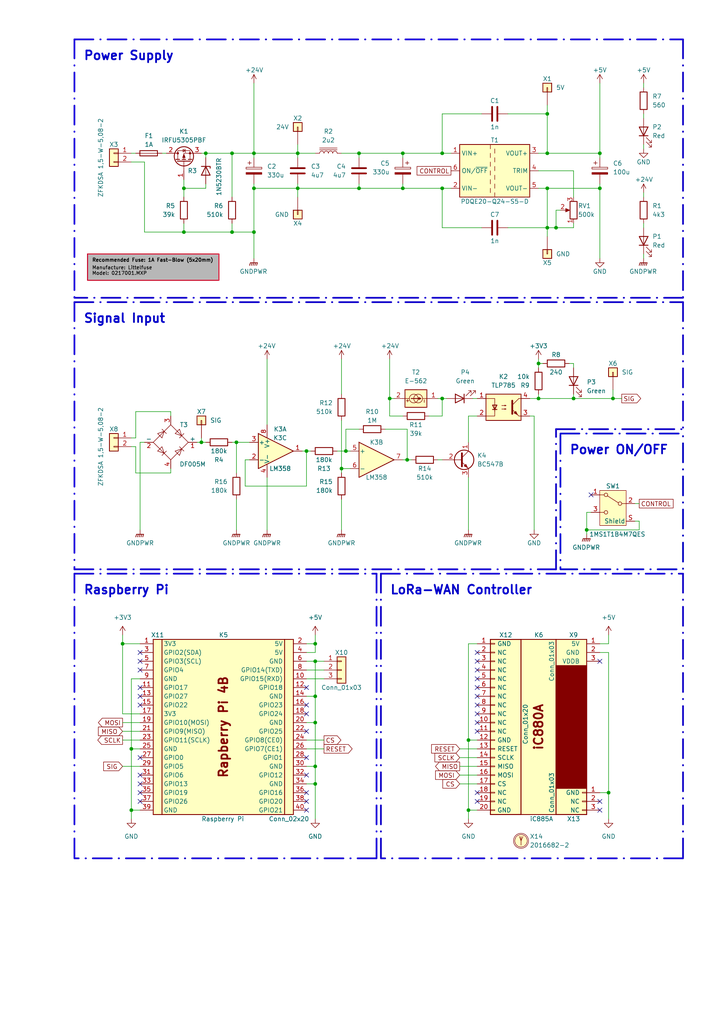
<source format=kicad_sch>
(kicad_sch (version 20230121) (generator eeschema)

  (uuid fb710349-d21f-4dba-b74e-7bdfe7ed4494)

  (paper "A4" portrait)

  (title_block
    (title "LoRa-WAN\\nWind Power Control")
    (date "2023-10-25")
    (rev "1.0")
    (company "Hochschule Anhalt | University of Applied Sciences")
    (comment 1 "Power & Signal")
    (comment 2 "Tobias Müller, M.Eng.")
    (comment 3 "Tobias Müller, M.Eng.")
    (comment 4 "Schematic-Design")
    (comment 5 "work in progress")
    (comment 6 "EMW | ES-LAB")
    (comment 7 "DIN 40719-2, DIN EN 60664-1,\\nDIN EN 61010-1")
    (comment 8 "EN")
  )

  

  (junction (at 38.1 217.17) (diameter 0) (color 0 0 0 0)
    (uuid 01f42735-0f02-449d-9b7c-1485651e782f)
  )
  (junction (at 173.99 54.61) (diameter 0) (color 0 0 0 0)
    (uuid 03a2edb0-c943-4a34-99dd-502590a8d1c2)
  )
  (junction (at 67.31 44.45) (diameter 0) (color 0 0 0 0)
    (uuid 0687552d-d9fe-44af-98b5-9388c450ebf6)
  )
  (junction (at 177.8 115.57) (diameter 0) (color 0 0 0 0)
    (uuid 0c1a5e92-e803-4ea4-b215-913adf581371)
  )
  (junction (at 135.89 214.63) (diameter 0) (color 0 0 0 0)
    (uuid 0c971046-b30c-4917-9b94-c77ea9d00a9c)
  )
  (junction (at 91.44 201.93) (diameter 0) (color 0 0 0 0)
    (uuid 106ba887-ec74-4719-90ba-276c2d34d26f)
  )
  (junction (at 68.58 128.27) (diameter 0) (color 0 0 0 0)
    (uuid 153c27e4-5e0f-4c5e-8fa4-6cb9a7f0ee04)
  )
  (junction (at 88.9 130.81) (diameter 0) (color 0 0 0 0)
    (uuid 16005cf3-528e-4839-8323-a02cf135f4b7)
  )
  (junction (at 158.75 66.04) (diameter 0) (color 0 0 0 0)
    (uuid 16616270-070c-4dc7-b705-fa2ef449f0fe)
  )
  (junction (at 104.14 44.45) (diameter 0) (color 0 0 0 0)
    (uuid 19a7b128-1212-478e-88d8-02ae6578cb7c)
  )
  (junction (at 91.44 186.69) (diameter 0) (color 0 0 0 0)
    (uuid 1c47573b-1089-4fff-8cb8-da6115b54b97)
  )
  (junction (at 170.18 153.67) (diameter 0) (color 0 0 0 0)
    (uuid 1d246a78-65f4-4388-bf8c-ac548486834a)
  )
  (junction (at 104.14 54.61) (diameter 0) (color 0 0 0 0)
    (uuid 2a567fc0-303c-4656-8c5f-d8eb57389ece)
  )
  (junction (at 135.89 234.95) (diameter 0) (color 0 0 0 0)
    (uuid 2a783b55-0b1a-4100-9659-ff5e68b475b9)
  )
  (junction (at 158.75 33.02) (diameter 0) (color 0 0 0 0)
    (uuid 2e031f6c-5bbf-40b7-b3d4-001c80acba9d)
  )
  (junction (at 100.33 130.81) (diameter 0) (color 0 0 0 0)
    (uuid 2ee596c3-32fd-4d55-bdf9-33fab183dd6e)
  )
  (junction (at 173.99 44.45) (diameter 0) (color 0 0 0 0)
    (uuid 36c1e26b-d839-443e-a176-69fed34ca99d)
  )
  (junction (at 35.56 186.69) (diameter 0) (color 0 0 0 0)
    (uuid 3aebbe35-d0ef-461a-8d31-1aecea8bb1e8)
  )
  (junction (at 73.66 67.31) (diameter 0) (color 0 0 0 0)
    (uuid 3d78c8c8-72cd-47b0-95ac-6ad5ef44fb29)
  )
  (junction (at 91.44 209.55) (diameter 0) (color 0 0 0 0)
    (uuid 492ce86c-8034-4fec-82f4-c0558ccbbfee)
  )
  (junction (at 128.27 54.61) (diameter 0) (color 0 0 0 0)
    (uuid 5919d24b-c5f1-4606-8155-2d2ddc73e5c2)
  )
  (junction (at 58.42 128.27) (diameter 0) (color 0 0 0 0)
    (uuid 59b967f1-9870-42ea-ae5f-3448ace7f95b)
  )
  (junction (at 73.66 44.45) (diameter 0) (color 0 0 0 0)
    (uuid 68a7d460-84cf-46ef-996d-cef4e9276ce7)
  )
  (junction (at 156.21 115.57) (diameter 0) (color 0 0 0 0)
    (uuid 76237c70-1b84-4341-9ed0-74e587ea5c56)
  )
  (junction (at 53.34 67.31) (diameter 0) (color 0 0 0 0)
    (uuid 81473132-0895-4424-9b40-e3468b2b6ff8)
  )
  (junction (at 116.84 44.45) (diameter 0) (color 0 0 0 0)
    (uuid 8152521f-40be-4d7b-9051-1c7ffbdf093f)
  )
  (junction (at 53.34 54.61) (diameter 0) (color 0 0 0 0)
    (uuid 8f5701b7-6534-4d93-a032-d7ccca55d369)
  )
  (junction (at 91.44 227.33) (diameter 0) (color 0 0 0 0)
    (uuid 906ddf9b-30a0-4052-a06a-15d8434eea53)
  )
  (junction (at 156.21 105.41) (diameter 0) (color 0 0 0 0)
    (uuid 979b7fea-c290-43d4-a85f-7b73bbc4e23e)
  )
  (junction (at 67.31 67.31) (diameter 0) (color 0 0 0 0)
    (uuid 99268870-8a73-4a9c-b8ae-071c1421b642)
  )
  (junction (at 128.27 115.57) (diameter 0) (color 0 0 0 0)
    (uuid 9caaca2d-d6c2-4f0e-9548-bad026990503)
  )
  (junction (at 59.69 44.45) (diameter 0) (color 0 0 0 0)
    (uuid a282cbe9-1075-49ed-934f-4fec8615100e)
  )
  (junction (at 86.36 54.61) (diameter 0) (color 0 0 0 0)
    (uuid a5959768-d327-4785-835e-12a51d3bc80a)
  )
  (junction (at 128.27 44.45) (diameter 0) (color 0 0 0 0)
    (uuid a6e5aeff-c374-4894-a786-7685b26744a7)
  )
  (junction (at 91.44 222.25) (diameter 0) (color 0 0 0 0)
    (uuid af5c2d4b-2b8f-4134-b117-09d60955713d)
  )
  (junction (at 158.75 54.61) (diameter 0) (color 0 0 0 0)
    (uuid afd5a381-784a-426d-a120-c9a849ae36b3)
  )
  (junction (at 113.03 115.57) (diameter 0) (color 0 0 0 0)
    (uuid b67a1de1-66f8-496a-a20f-ee168995f4ab)
  )
  (junction (at 166.37 115.57) (diameter 0) (color 0 0 0 0)
    (uuid b7d823e6-9ae9-4c2f-bc35-d33b895e1c8f)
  )
  (junction (at 118.11 133.35) (diameter 0) (color 0 0 0 0)
    (uuid be6608e8-2a91-45b9-993b-7dc6d80fe3c7)
  )
  (junction (at 158.75 44.45) (diameter 0) (color 0 0 0 0)
    (uuid c1a9f5f0-d81a-43f2-8c21-94ed2a6e84a4)
  )
  (junction (at 116.84 54.61) (diameter 0) (color 0 0 0 0)
    (uuid c3c03d48-d5fa-4279-90d6-76e76b3c38a0)
  )
  (junction (at 91.44 191.77) (diameter 0) (color 0 0 0 0)
    (uuid c490c2ab-deba-4d4e-9b88-d488b6c84808)
  )
  (junction (at 176.53 229.87) (diameter 0) (color 0 0 0 0)
    (uuid d4d2bbec-da98-46d4-a6d8-7c87e83362de)
  )
  (junction (at 99.06 135.89) (diameter 0) (color 0 0 0 0)
    (uuid d734a7d0-1d7a-4556-a04b-091e93f02554)
  )
  (junction (at 86.36 44.45) (diameter 0) (color 0 0 0 0)
    (uuid e5d6b3b9-fbae-4c13-8d38-4dbe68b7a8fa)
  )
  (junction (at 73.66 54.61) (diameter 0) (color 0 0 0 0)
    (uuid ea2cc58c-ab18-4ef0-a31b-8e185a38c462)
  )
  (junction (at 38.1 234.95) (diameter 0) (color 0 0 0 0)
    (uuid ee19189e-2da9-49e1-8efe-81a302d6a76e)
  )
  (junction (at 161.29 66.04) (diameter 0) (color 0 0 0 0)
    (uuid faabf39c-3ba1-4a5a-9582-7dac8c083fda)
  )

  (no_connect (at 138.43 204.47) (uuid 1acfbd6f-d843-4985-ad05-d6881f4cb1e7))
  (no_connect (at 138.43 232.41) (uuid 2182ac6d-c564-4b14-93ab-e482c67a44a0))
  (no_connect (at 88.9 212.09) (uuid 25808b35-18ea-45ae-9afa-865cb9cd63a4))
  (no_connect (at 138.43 229.87) (uuid 26e1f994-6abd-4b6c-8440-fc5cc9a22681))
  (no_connect (at 88.9 207.01) (uuid 277892a6-ecc2-43cd-ad94-1c05c5f97011))
  (no_connect (at 138.43 189.23) (uuid 3204bed5-f2d5-428f-9479-fc1e85c0ec2a))
  (no_connect (at 88.9 219.71) (uuid 3647ae1a-5faf-4463-b517-3995a27870fe))
  (no_connect (at 40.64 204.47) (uuid 49cdd64e-7696-464c-b005-4c15185e5fc0))
  (no_connect (at 40.64 232.41) (uuid 4e1a32a3-7979-4cce-bc3a-41478e977363))
  (no_connect (at 88.9 232.41) (uuid 4fbc167d-d81b-458d-8b58-cc2c2f3a7b3c))
  (no_connect (at 40.64 194.31) (uuid 513ba89f-ab6d-4c71-a194-59bb27dd7ac2))
  (no_connect (at 173.99 234.95) (uuid 56bae561-2770-49cd-bcb9-6773fbfadb28))
  (no_connect (at 173.99 191.77) (uuid 59ff4427-b69f-49bc-8a62-e0ef14625cf3))
  (no_connect (at 138.43 207.01) (uuid 5ac00df5-b16f-4ead-9720-094271272db3))
  (no_connect (at 40.64 229.87) (uuid 613b1815-c508-427e-8974-10955c0cba89))
  (no_connect (at 138.43 212.09) (uuid 63d41dde-8545-424d-ada6-849ef82bef40))
  (no_connect (at 173.99 232.41) (uuid 69756809-95a6-4bfc-9066-69be49dfc08f))
  (no_connect (at 40.64 201.93) (uuid 6dfa3d02-d73f-4d31-a7dd-ea73c772874e))
  (no_connect (at 88.9 199.39) (uuid 7cad1312-dfc1-4b3e-822e-d8c1cdbf24b3))
  (no_connect (at 40.64 227.33) (uuid 821bbfea-b769-43bd-9ed1-1f87611a5188))
  (no_connect (at 40.64 224.79) (uuid 84dd9216-53f0-4fdf-a90d-cb42681ced53))
  (no_connect (at 138.43 196.85) (uuid 8f743de0-7ad5-431a-bdef-26a68c05f71d))
  (no_connect (at 40.64 219.71) (uuid 963598f8-c625-4675-ab1b-582468b5ea99))
  (no_connect (at 88.9 229.87) (uuid a1ab417d-6cda-43ce-8657-29a885ee1c2d))
  (no_connect (at 88.9 234.95) (uuid a429adde-e259-4c7f-b235-f7eb15de4112))
  (no_connect (at 88.9 204.47) (uuid abdd0975-3ec0-46f1-803b-2a8a2efe714f))
  (no_connect (at 88.9 224.79) (uuid ad1a978c-7128-415b-ab6f-d30f57595734))
  (no_connect (at 138.43 191.77) (uuid adedde33-24ac-4c7b-a369-9b557dc3f3ca))
  (no_connect (at 40.64 191.77) (uuid b88cebda-c7d7-4e6a-a659-881ee5486bc9))
  (no_connect (at 171.45 143.51) (uuid d3e2e593-edf7-4ddd-91f8-10df6649670c))
  (no_connect (at 40.64 199.39) (uuid d6e5386e-5e40-48df-8b3f-6492ded92cc6))
  (no_connect (at 40.64 189.23) (uuid db6feaf0-7a17-4442-9084-0ef2b0384f28))
  (no_connect (at 138.43 209.55) (uuid df465b6e-f636-480e-a6a4-b78c4088c0a3))
  (no_connect (at 138.43 199.39) (uuid e1398aff-3844-4d76-bf91-74287993c21c))
  (no_connect (at 138.43 194.31) (uuid ecbf94a6-ae27-4b65-9db0-302910bed879))
  (no_connect (at 138.43 201.93) (uuid ed191018-1b23-42d0-8fc9-ef8e4460c2df))

  (polyline (pts (xy 198.12 248.92) (xy 110.49 248.92))
    (stroke (width 0.5) (type dash_dot) (color 13 0 200 1))
    (uuid 03f8c897-0412-4476-98d8-9edf4da0a211)
  )

  (wire (pts (xy 173.99 53.34) (xy 173.99 54.61))
    (stroke (width 0) (type default))
    (uuid 047c21e4-cc54-466c-99c5-1510295093ea)
  )
  (wire (pts (xy 153.67 115.57) (xy 156.21 115.57))
    (stroke (width 0) (type default))
    (uuid 068e5e6b-c614-47b2-ae17-0c44634a537e)
  )
  (wire (pts (xy 116.84 44.45) (xy 128.27 44.45))
    (stroke (width 0) (type default))
    (uuid 070c39e8-0f86-4c01-ba1b-7e6ecae1033b)
  )
  (wire (pts (xy 176.53 237.49) (xy 176.53 229.87))
    (stroke (width 0) (type default))
    (uuid 0aed4d9e-7b18-4c06-828a-7515c17b4a50)
  )
  (wire (pts (xy 161.29 60.96) (xy 162.56 60.96))
    (stroke (width 0) (type default))
    (uuid 10de67a7-1b71-4ed0-a293-d4bb1a468d31)
  )
  (wire (pts (xy 118.11 124.46) (xy 118.11 133.35))
    (stroke (width 0) (type default))
    (uuid 19317b80-68af-4f11-81ae-48ad6c4b960f)
  )
  (wire (pts (xy 185.42 153.67) (xy 170.18 153.67))
    (stroke (width 0) (type default))
    (uuid 1bdbff20-f297-4522-ba9b-94bdfd981b03)
  )
  (wire (pts (xy 161.29 66.04) (xy 161.29 60.96))
    (stroke (width 0) (type default))
    (uuid 1c385079-9803-4d9e-9c07-27e7acc3603f)
  )
  (wire (pts (xy 53.34 54.61) (xy 59.69 54.61))
    (stroke (width 0) (type default))
    (uuid 200c5c6e-3eeb-4db3-aa23-bb33b8388e8a)
  )
  (wire (pts (xy 128.27 115.57) (xy 127 115.57))
    (stroke (width 0) (type default))
    (uuid 216a5f18-e1d5-4f91-b9b7-59f9341fc52f)
  )
  (polyline (pts (xy 21.59 166.37) (xy 109.22 166.37))
    (stroke (width 0.5) (type dash_dot) (color 13 0 200 1))
    (uuid 21f48290-0abc-4411-b072-a5f34cdd2ee7)
  )

  (wire (pts (xy 88.9 194.31) (xy 93.98 194.31))
    (stroke (width 0) (type default))
    (uuid 221f0fd6-d6ed-46b8-9239-f9a3d4940d85)
  )
  (wire (pts (xy 186.69 64.77) (xy 186.69 66.04))
    (stroke (width 0) (type default))
    (uuid 223ca08d-5c7b-45f2-9ed6-745b58d4b633)
  )
  (wire (pts (xy 128.27 120.65) (xy 128.27 115.57))
    (stroke (width 0) (type default))
    (uuid 22471573-b25a-4002-b6ba-70372feff021)
  )
  (wire (pts (xy 38.1 46.99) (xy 41.91 46.99))
    (stroke (width 0) (type default))
    (uuid 2287c714-09ea-44d3-9bf1-11c5b275ec9f)
  )
  (wire (pts (xy 73.66 67.31) (xy 73.66 54.61))
    (stroke (width 0) (type default))
    (uuid 242c426b-eb82-4276-a9bb-b1b15b7b205b)
  )
  (wire (pts (xy 41.91 46.99) (xy 41.91 67.31))
    (stroke (width 0) (type default))
    (uuid 26329249-afe7-43e4-9c75-4c7d9460d28c)
  )
  (wire (pts (xy 91.44 209.55) (xy 91.44 222.25))
    (stroke (width 0) (type default))
    (uuid 265a67dd-c57f-465a-ad7b-c3a614f5195d)
  )
  (wire (pts (xy 158.75 54.61) (xy 173.99 54.61))
    (stroke (width 0) (type default))
    (uuid 27d02205-3a69-4ccf-ba21-64bda3095375)
  )
  (polyline (pts (xy 21.59 11.43) (xy 21.59 86.36))
    (stroke (width 0.5) (type dash_dot) (color 13 0 200 1))
    (uuid 2bebe4a2-648b-41e8-8fcd-95742f16bdc2)
  )

  (wire (pts (xy 158.75 54.61) (xy 156.21 54.61))
    (stroke (width 0) (type default))
    (uuid 2cbcb8e9-21d3-4c0a-967a-fd984f9a63fb)
  )
  (polyline (pts (xy 109.22 166.37) (xy 109.22 248.92))
    (stroke (width 0.5) (type dash_dot) (color 13 0 200 1))
    (uuid 2e7bc7bc-59b6-49fb-8f54-6f993506111b)
  )

  (wire (pts (xy 53.34 67.31) (xy 67.31 67.31))
    (stroke (width 0) (type default))
    (uuid 2f16697e-be04-4731-b624-32e8ea2ab096)
  )
  (wire (pts (xy 173.99 44.45) (xy 173.99 45.72))
    (stroke (width 0) (type default))
    (uuid 2f8a29b7-8f52-4a74-9967-a0017edd28d3)
  )
  (wire (pts (xy 38.1 234.95) (xy 40.64 234.95))
    (stroke (width 0) (type default))
    (uuid 316efd5c-24a7-412a-b44c-5adf6056aaef)
  )
  (wire (pts (xy 35.56 214.63) (xy 40.64 214.63))
    (stroke (width 0) (type default))
    (uuid 31a679f9-c4cf-4e8b-b3f9-fda824a0f26f)
  )
  (wire (pts (xy 113.03 120.65) (xy 113.03 115.57))
    (stroke (width 0) (type default))
    (uuid 32c273d4-dc5c-41df-942f-3d21428cd0bd)
  )
  (wire (pts (xy 91.44 237.49) (xy 91.44 227.33))
    (stroke (width 0) (type default))
    (uuid 349cc922-1e8e-44c6-911c-168b56620808)
  )
  (wire (pts (xy 91.44 201.93) (xy 91.44 209.55))
    (stroke (width 0) (type default))
    (uuid 37324638-c7fd-46a6-b42d-ccd9d8e738ca)
  )
  (wire (pts (xy 77.47 104.14) (xy 77.47 123.19))
    (stroke (width 0) (type default))
    (uuid 3b185dc1-26b1-4918-aee0-5bbf9cca98f0)
  )
  (wire (pts (xy 135.89 120.65) (xy 135.89 128.27))
    (stroke (width 0) (type default))
    (uuid 3b1cf474-1200-4494-af28-6d480a9e2d60)
  )
  (wire (pts (xy 88.9 209.55) (xy 91.44 209.55))
    (stroke (width 0) (type default))
    (uuid 3dac6f56-1b95-4114-8c54-39f6d690f49c)
  )
  (wire (pts (xy 135.89 234.95) (xy 138.43 234.95))
    (stroke (width 0) (type default))
    (uuid 3ef94e8c-e2e0-4fe3-af0d-a7fdedf24651)
  )
  (wire (pts (xy 40.64 128.27) (xy 40.64 153.67))
    (stroke (width 0) (type default))
    (uuid 406926e4-e5b9-40c1-b5d8-8f612d3289a1)
  )
  (wire (pts (xy 68.58 144.78) (xy 68.58 153.67))
    (stroke (width 0) (type default))
    (uuid 42e7e4f7-5fce-4e8a-b5d6-ebc874119a0e)
  )
  (wire (pts (xy 67.31 64.77) (xy 67.31 67.31))
    (stroke (width 0) (type default))
    (uuid 482ab48b-8605-471c-9021-56a742923626)
  )
  (wire (pts (xy 133.35 219.71) (xy 138.43 219.71))
    (stroke (width 0) (type default))
    (uuid 4a30fd8f-924b-4973-89b0-ddd8f77df23c)
  )
  (wire (pts (xy 114.3 115.57) (xy 113.03 115.57))
    (stroke (width 0) (type default))
    (uuid 4b912a26-82c7-432f-ab17-83278d79864d)
  )
  (wire (pts (xy 100.33 130.81) (xy 101.6 130.81))
    (stroke (width 0) (type default))
    (uuid 4c2dccd8-934c-4c87-bc27-afb36a3e43b9)
  )
  (wire (pts (xy 88.9 140.97) (xy 71.12 140.97))
    (stroke (width 0) (type default))
    (uuid 4c8383f2-aa0a-4245-a325-07f789dffe93)
  )
  (wire (pts (xy 170.18 154.94) (xy 170.18 153.67))
    (stroke (width 0) (type default))
    (uuid 4e030452-e3a3-4b76-ba6c-a2e44f9884a8)
  )
  (wire (pts (xy 186.69 43.18) (xy 186.69 41.91))
    (stroke (width 0) (type default))
    (uuid 4e347bd3-8ac3-4660-82cd-7ffb5ac1bb27)
  )
  (wire (pts (xy 68.58 128.27) (xy 72.39 128.27))
    (stroke (width 0) (type default))
    (uuid 4e9411b7-6bf8-4ab4-ab44-1db6cbce65f0)
  )
  (wire (pts (xy 116.84 120.65) (xy 113.03 120.65))
    (stroke (width 0) (type default))
    (uuid 4ec34e18-0ac5-43f0-a408-7dd77e2b5379)
  )
  (wire (pts (xy 49.53 135.89) (xy 49.53 137.16))
    (stroke (width 0) (type default))
    (uuid 4faece9a-7454-473a-ad86-6f2ddddfbdd7)
  )
  (wire (pts (xy 173.99 186.69) (xy 176.53 186.69))
    (stroke (width 0) (type default))
    (uuid 505fa233-8cc6-41f6-93b8-86623b3b84ff)
  )
  (wire (pts (xy 128.27 133.35) (xy 127 133.35))
    (stroke (width 0) (type default))
    (uuid 51635200-ad7b-4759-b81c-3ad89e75ad59)
  )
  (wire (pts (xy 38.1 44.45) (xy 39.37 44.45))
    (stroke (width 0) (type default))
    (uuid 51e971f7-2768-4c6f-9533-6445de2a9bd1)
  )
  (wire (pts (xy 86.36 54.61) (xy 104.14 54.61))
    (stroke (width 0) (type default))
    (uuid 523aa851-be4f-4186-b971-59474017cac6)
  )
  (wire (pts (xy 128.27 33.02) (xy 128.27 44.45))
    (stroke (width 0) (type default))
    (uuid 526cdb36-f8a4-4349-a2ce-dec423537554)
  )
  (wire (pts (xy 166.37 49.53) (xy 166.37 57.15))
    (stroke (width 0) (type default))
    (uuid 563f2aa5-26be-4e4a-831d-b90cd24a1bbe)
  )
  (wire (pts (xy 135.89 153.67) (xy 135.89 138.43))
    (stroke (width 0) (type default))
    (uuid 57c839b1-3409-4752-916b-f53ca487e6b2)
  )
  (wire (pts (xy 147.32 33.02) (xy 158.75 33.02))
    (stroke (width 0) (type default))
    (uuid 587679cd-af85-4a74-8087-f44bf753c282)
  )
  (wire (pts (xy 116.84 54.61) (xy 128.27 54.61))
    (stroke (width 0) (type default))
    (uuid 59f3317e-96f7-447f-a36c-aeb582ea52fc)
  )
  (wire (pts (xy 166.37 105.41) (xy 165.1 105.41))
    (stroke (width 0) (type default))
    (uuid 5a12b5b3-f0e9-4c83-94b9-7d677a54d2ce)
  )
  (wire (pts (xy 166.37 106.68) (xy 166.37 105.41))
    (stroke (width 0) (type default))
    (uuid 5ad6648f-293b-4aad-abae-27bfa395c404)
  )
  (wire (pts (xy 38.1 127) (xy 39.37 127))
    (stroke (width 0) (type default))
    (uuid 5b5cbdfa-473d-4db6-bc80-885585802a64)
  )
  (wire (pts (xy 39.37 129.54) (xy 38.1 129.54))
    (stroke (width 0) (type default))
    (uuid 5c610631-b32a-4133-b7a0-6d275d3bae9f)
  )
  (wire (pts (xy 133.35 217.17) (xy 138.43 217.17))
    (stroke (width 0) (type default))
    (uuid 5cba2a8f-0043-4ebc-8248-3486b8074b62)
  )
  (wire (pts (xy 158.75 30.48) (xy 158.75 33.02))
    (stroke (width 0) (type default))
    (uuid 5cbbb70e-73d9-496a-8e21-38dde6aa3b65)
  )
  (wire (pts (xy 88.9 191.77) (xy 91.44 191.77))
    (stroke (width 0) (type default))
    (uuid 5cc98839-3d25-44c6-8851-7aae4b52334a)
  )
  (wire (pts (xy 73.66 53.34) (xy 73.66 54.61))
    (stroke (width 0) (type default))
    (uuid 5d090c5c-2543-4dc5-b633-ffd7cf7b4e45)
  )
  (wire (pts (xy 116.84 53.34) (xy 116.84 54.61))
    (stroke (width 0) (type default))
    (uuid 5dec730e-f669-4f78-9e79-bf37e9278c0f)
  )
  (wire (pts (xy 158.75 66.04) (xy 158.75 68.58))
    (stroke (width 0) (type default))
    (uuid 5e43d5b1-e321-420b-8f2c-8d6a71f66127)
  )
  (wire (pts (xy 35.56 209.55) (xy 40.64 209.55))
    (stroke (width 0) (type default))
    (uuid 5f85e8be-7a8f-46cb-b835-8328e7f94d75)
  )
  (wire (pts (xy 67.31 44.45) (xy 73.66 44.45))
    (stroke (width 0) (type default))
    (uuid 5fd42353-2070-455d-9525-ab3b5546f8da)
  )
  (wire (pts (xy 104.14 44.45) (xy 104.14 45.72))
    (stroke (width 0) (type default))
    (uuid 60f25d5b-a8b9-4d55-83f9-792e1d487eb7)
  )
  (polyline (pts (xy 110.49 166.37) (xy 110.49 248.92))
    (stroke (width 0.5) (type dash_dot) (color 13 0 200 1))
    (uuid 62857f16-9ce1-4861-88b5-94ac4774e6da)
  )

  (wire (pts (xy 49.53 119.38) (xy 49.53 120.65))
    (stroke (width 0) (type default))
    (uuid 6420c6f2-85f6-49c9-8da0-84b64323201c)
  )
  (wire (pts (xy 41.91 128.27) (xy 40.64 128.27))
    (stroke (width 0) (type default))
    (uuid 64ad6e24-1f05-4022-a943-32c845cb1b71)
  )
  (wire (pts (xy 173.99 24.13) (xy 173.99 44.45))
    (stroke (width 0) (type default))
    (uuid 65c16711-a064-45db-8bab-63fde409abff)
  )
  (wire (pts (xy 88.9 196.85) (xy 93.98 196.85))
    (stroke (width 0) (type default))
    (uuid 66288dbb-1e96-4360-94d5-da9f9b8432d3)
  )
  (wire (pts (xy 156.21 105.41) (xy 157.48 105.41))
    (stroke (width 0) (type default))
    (uuid 6689e580-0c49-48e5-b0e9-91ca1042b078)
  )
  (wire (pts (xy 88.9 201.93) (xy 91.44 201.93))
    (stroke (width 0) (type default))
    (uuid 6704ada2-70ce-402d-93ea-68c01dfbd88a)
  )
  (polyline (pts (xy 21.59 166.37) (xy 21.59 248.92))
    (stroke (width 0.5) (type dash_dot) (color 13 0 200 1))
    (uuid 68bd3094-2a08-454b-9c4c-a97af52e12ca)
  )

  (wire (pts (xy 58.42 127) (xy 58.42 128.27))
    (stroke (width 0) (type default))
    (uuid 68c811e2-54a3-4d9c-bcdc-8709a1f2242b)
  )
  (wire (pts (xy 38.1 234.95) (xy 38.1 217.17))
    (stroke (width 0) (type default))
    (uuid 69898e91-28b2-4f7e-897c-082ef8afec4e)
  )
  (wire (pts (xy 128.27 66.04) (xy 128.27 54.61))
    (stroke (width 0) (type default))
    (uuid 6c27c291-0032-4322-b529-99cf595ed819)
  )
  (wire (pts (xy 46.99 44.45) (xy 48.26 44.45))
    (stroke (width 0) (type default))
    (uuid 6c6feac1-8cc1-440d-be3f-90eab9881725)
  )
  (wire (pts (xy 173.99 229.87) (xy 176.53 229.87))
    (stroke (width 0) (type default))
    (uuid 6d15bb81-43f9-4068-af95-34143cc3751a)
  )
  (wire (pts (xy 184.15 151.13) (xy 185.42 151.13))
    (stroke (width 0) (type default))
    (uuid 6e559ed7-4d97-463c-8ae3-023553684f08)
  )
  (wire (pts (xy 57.15 128.27) (xy 58.42 128.27))
    (stroke (width 0) (type default))
    (uuid 701dc91c-1e80-4f08-bb7f-e15cd629fed1)
  )
  (wire (pts (xy 128.27 44.45) (xy 130.81 44.45))
    (stroke (width 0) (type default))
    (uuid 732d48e5-f15f-4a4d-a23c-f7f6a9dc8470)
  )
  (wire (pts (xy 39.37 137.16) (xy 39.37 129.54))
    (stroke (width 0) (type default))
    (uuid 73562105-2525-41d6-9aa6-a764368d4aea)
  )
  (polyline (pts (xy 161.29 124.46) (xy 198.12 124.46))
    (stroke (width 0.5) (type dash_dot) (color 13 0 200 1))
    (uuid 74891c67-69c5-4530-8f1e-f23211c370bf)
  )

  (wire (pts (xy 88.9 222.25) (xy 91.44 222.25))
    (stroke (width 0) (type default))
    (uuid 74c5b931-c96e-4b64-ab92-e87ad352398f)
  )
  (wire (pts (xy 118.11 133.35) (xy 119.38 133.35))
    (stroke (width 0) (type default))
    (uuid 74c8fb9b-c4ed-4e0d-8767-34508de4bec8)
  )
  (polyline (pts (xy 21.59 87.63) (xy 198.12 87.63))
    (stroke (width 0.5) (type dash_dot) (color 13 0 200 1))
    (uuid 74fb16b8-c49c-4287-802a-4fb2d461a5b3)
  )

  (wire (pts (xy 38.1 217.17) (xy 38.1 196.85))
    (stroke (width 0) (type default))
    (uuid 75bcff44-a3ec-43f5-a659-4ad018d7520a)
  )
  (wire (pts (xy 88.9 214.63) (xy 93.98 214.63))
    (stroke (width 0) (type default))
    (uuid 76413e07-9223-4c00-83fd-d1313f3d9ffd)
  )
  (wire (pts (xy 91.44 227.33) (xy 88.9 227.33))
    (stroke (width 0) (type default))
    (uuid 78b777f4-7be8-4d2a-8e17-14e669f83adf)
  )
  (wire (pts (xy 91.44 222.25) (xy 91.44 227.33))
    (stroke (width 0) (type default))
    (uuid 7965c4a5-4f2d-4d07-99e3-afcd67b9682e)
  )
  (wire (pts (xy 67.31 128.27) (xy 68.58 128.27))
    (stroke (width 0) (type default))
    (uuid 79e57523-78ae-47b1-acda-ccc275f2b715)
  )
  (wire (pts (xy 158.75 54.61) (xy 158.75 66.04))
    (stroke (width 0) (type default))
    (uuid 7a8ca9ec-2ce2-4181-bbcf-a761f1cf389e)
  )
  (wire (pts (xy 185.42 151.13) (xy 185.42 153.67))
    (stroke (width 0) (type default))
    (uuid 7bacb661-87d2-414d-8bc9-3b5962b97447)
  )
  (wire (pts (xy 128.27 54.61) (xy 130.81 54.61))
    (stroke (width 0) (type default))
    (uuid 7be359f0-87b0-43c2-863d-e0dda40cde9c)
  )
  (wire (pts (xy 99.06 135.89) (xy 101.6 135.89))
    (stroke (width 0) (type default))
    (uuid 7d7dc54d-3d70-4e5b-a866-3d824231a167)
  )
  (wire (pts (xy 156.21 49.53) (xy 166.37 49.53))
    (stroke (width 0) (type default))
    (uuid 7f2db833-d3a7-487b-8466-4b6529dfd84c)
  )
  (wire (pts (xy 156.21 115.57) (xy 166.37 115.57))
    (stroke (width 0) (type default))
    (uuid 7f88e3a8-a3f3-4798-a284-c7d18a86a358)
  )
  (polyline (pts (xy 21.59 87.63) (xy 21.59 165.1))
    (stroke (width 0.5) (type dash_dot) (color 13 0 200 1))
    (uuid 7fea8e78-f1ed-40f7-bdc8-1a7acebfc023)
  )

  (wire (pts (xy 135.89 234.95) (xy 135.89 237.49))
    (stroke (width 0) (type default))
    (uuid 808df9db-787b-45b1-9948-5b34f5b4e19e)
  )
  (wire (pts (xy 156.21 44.45) (xy 158.75 44.45))
    (stroke (width 0) (type default))
    (uuid 80faf060-7df3-463a-954e-b51fd9dde1cc)
  )
  (polyline (pts (xy 198.12 87.63) (xy 198.12 124.46))
    (stroke (width 0.5) (type dash_dot) (color 13 0 200 1))
    (uuid 8324c178-33a8-409d-8cb5-727994c0e254)
  )
  (polyline (pts (xy 21.59 165.1) (xy 161.29 165.1))
    (stroke (width 0.5) (type dash_dot) (color 13 0 200 1))
    (uuid 84cb74da-153f-4e32-a1f8-f4a4ab8df629)
  )

  (wire (pts (xy 91.44 186.69) (xy 88.9 186.69))
    (stroke (width 0) (type default))
    (uuid 84dad534-3b61-416b-880d-1f964a8e543e)
  )
  (wire (pts (xy 38.1 217.17) (xy 40.64 217.17))
    (stroke (width 0) (type default))
    (uuid 870b80fd-47b0-4076-a4a5-3ec96431d9ba)
  )
  (polyline (pts (xy 110.49 166.37) (xy 198.12 166.37))
    (stroke (width 0.5) (type dash_dot) (color 13 0 200 1))
    (uuid 88319fef-4ea1-4d62-9f80-3c6ea2038fa7)
  )

  (wire (pts (xy 138.43 120.65) (xy 135.89 120.65))
    (stroke (width 0) (type default))
    (uuid 89fceeee-ee4a-4d5b-aee2-1960cb19385a)
  )
  (wire (pts (xy 97.79 130.81) (xy 100.33 130.81))
    (stroke (width 0) (type default))
    (uuid 8c47475d-d9bb-4938-a3f2-d4a193fc81e4)
  )
  (wire (pts (xy 73.66 44.45) (xy 86.36 44.45))
    (stroke (width 0) (type default))
    (uuid 8c5f1960-3a60-40e8-8527-182e925c934c)
  )
  (wire (pts (xy 173.99 74.93) (xy 173.99 54.61))
    (stroke (width 0) (type default))
    (uuid 8ccba125-a9f0-4a91-9dc0-7e6ff9320e6d)
  )
  (wire (pts (xy 38.1 196.85) (xy 40.64 196.85))
    (stroke (width 0) (type default))
    (uuid 8e472084-56df-4a5d-8f06-fde4256a8cf0)
  )
  (wire (pts (xy 116.84 44.45) (xy 116.84 45.72))
    (stroke (width 0) (type default))
    (uuid 8f85fd53-f7e0-4609-a562-d753ae8e2cd6)
  )
  (wire (pts (xy 133.35 222.25) (xy 138.43 222.25))
    (stroke (width 0) (type default))
    (uuid 913a5fab-c6f7-4f1c-90da-a3ecb9e17668)
  )
  (wire (pts (xy 99.06 135.89) (xy 99.06 137.16))
    (stroke (width 0) (type default))
    (uuid 933ee3ae-3530-48eb-ba95-c920bd9b5dfb)
  )
  (wire (pts (xy 35.56 222.25) (xy 40.64 222.25))
    (stroke (width 0) (type default))
    (uuid 93fa41de-9b35-4770-a800-9e3a367cff77)
  )
  (wire (pts (xy 68.58 128.27) (xy 68.58 137.16))
    (stroke (width 0) (type default))
    (uuid 9536a362-4acc-4d4f-b2ac-340d58eae09a)
  )
  (wire (pts (xy 35.56 186.69) (xy 40.64 186.69))
    (stroke (width 0) (type default))
    (uuid 956e5110-39cf-41b1-a8a3-b82e4d51fcf3)
  )
  (wire (pts (xy 39.37 127) (xy 39.37 119.38))
    (stroke (width 0) (type default))
    (uuid 95dd065e-6eda-4083-a7f5-566217e0c774)
  )
  (wire (pts (xy 77.47 153.67) (xy 77.47 138.43))
    (stroke (width 0) (type default))
    (uuid 960fe3a0-0053-4713-ab42-7dab6ae1c930)
  )
  (wire (pts (xy 177.8 113.03) (xy 177.8 115.57))
    (stroke (width 0) (type default))
    (uuid 9761c61f-df30-4ad8-975b-32b45337ae1b)
  )
  (wire (pts (xy 135.89 186.69) (xy 135.89 214.63))
    (stroke (width 0) (type default))
    (uuid 97f18372-423c-46bf-9ebd-2fea6442e0de)
  )
  (wire (pts (xy 100.33 124.46) (xy 104.14 124.46))
    (stroke (width 0) (type default))
    (uuid 98956bab-8efc-4213-9599-e7055de21459)
  )
  (wire (pts (xy 111.76 124.46) (xy 118.11 124.46))
    (stroke (width 0) (type default))
    (uuid 9a0a6c16-8360-4d56-af17-3ecaa38c15ec)
  )
  (wire (pts (xy 133.35 224.79) (xy 138.43 224.79))
    (stroke (width 0) (type default))
    (uuid 9a1380d4-cac5-443c-a9cf-5e158db3a337)
  )
  (wire (pts (xy 186.69 33.02) (xy 186.69 34.29))
    (stroke (width 0) (type default))
    (uuid 9c2049b2-d72e-4e89-bdf6-3815fd7a2f66)
  )
  (wire (pts (xy 86.36 44.45) (xy 86.36 45.72))
    (stroke (width 0) (type default))
    (uuid 9def3485-a3f3-406d-9673-c7cd8d859bca)
  )
  (wire (pts (xy 104.14 44.45) (xy 116.84 44.45))
    (stroke (width 0) (type default))
    (uuid 9ef4e3b3-c21c-4741-baab-8fbce3c5d989)
  )
  (wire (pts (xy 176.53 229.87) (xy 176.53 189.23))
    (stroke (width 0) (type default))
    (uuid a2b96493-4a7d-485a-8f70-782a0356dad9)
  )
  (wire (pts (xy 38.1 237.49) (xy 38.1 234.95))
    (stroke (width 0) (type default))
    (uuid a50010b7-daa9-4e4d-a68b-0ab3843df76e)
  )
  (wire (pts (xy 161.29 66.04) (xy 166.37 66.04))
    (stroke (width 0) (type default))
    (uuid a65d8511-943b-475f-9700-5e1a3d47838b)
  )
  (wire (pts (xy 135.89 214.63) (xy 135.89 234.95))
    (stroke (width 0) (type default))
    (uuid a6756618-bd08-4d8e-88b4-5d0487ea1b4d)
  )
  (wire (pts (xy 124.46 120.65) (xy 128.27 120.65))
    (stroke (width 0) (type default))
    (uuid a70fd1e5-acad-43cb-85a5-1f5b291f4287)
  )
  (wire (pts (xy 118.11 133.35) (xy 116.84 133.35))
    (stroke (width 0) (type default))
    (uuid a8531b9a-130f-4e21-8119-a253c11ecf77)
  )
  (wire (pts (xy 86.36 44.45) (xy 91.44 44.45))
    (stroke (width 0) (type default))
    (uuid a8660cae-9163-43c1-a798-b1854c90d241)
  )
  (wire (pts (xy 73.66 24.13) (xy 73.66 44.45))
    (stroke (width 0) (type default))
    (uuid aa9d79b6-eb44-4858-bab8-d88cd2338348)
  )
  (wire (pts (xy 147.32 66.04) (xy 158.75 66.04))
    (stroke (width 0) (type default))
    (uuid afc0cd17-41da-49e3-abaa-d7fbc04a16c2)
  )
  (wire (pts (xy 88.9 189.23) (xy 91.44 189.23))
    (stroke (width 0) (type default))
    (uuid b1384511-99fc-4020-89e2-33d917b57c4f)
  )
  (wire (pts (xy 87.63 130.81) (xy 88.9 130.81))
    (stroke (width 0) (type default))
    (uuid b451f50d-d231-4f58-834b-1319651665e1)
  )
  (polyline (pts (xy 198.12 166.37) (xy 198.12 248.92))
    (stroke (width 0.5) (type dash_dot) (color 13 0 200 1))
    (uuid b609edaf-4220-4c83-9801-0edec9983108)
  )

  (wire (pts (xy 170.18 148.59) (xy 170.18 153.67))
    (stroke (width 0) (type default))
    (uuid b618e49b-9315-401a-9ebd-717a9494d509)
  )
  (wire (pts (xy 99.06 44.45) (xy 104.14 44.45))
    (stroke (width 0) (type default))
    (uuid b6b52aa8-21ea-46fb-a9a0-eb3174e45782)
  )
  (wire (pts (xy 72.39 133.35) (xy 71.12 133.35))
    (stroke (width 0) (type default))
    (uuid b7375e54-26e1-4def-8752-0c0b7ab6160f)
  )
  (polyline (pts (xy 21.59 11.43) (xy 198.12 11.43))
    (stroke (width 0.5) (type dash_dot) (color 13 0 200 1))
    (uuid b89d6e78-8310-4dd9-851f-1c54c8e0bd83)
  )

  (wire (pts (xy 86.36 41.91) (xy 86.36 44.45))
    (stroke (width 0) (type default))
    (uuid b8ecdda6-c5db-4396-adea-bbba387b36f9)
  )
  (wire (pts (xy 138.43 186.69) (xy 135.89 186.69))
    (stroke (width 0) (type default))
    (uuid ba765fc9-ca08-45db-9e05-207a0f393b19)
  )
  (wire (pts (xy 88.9 130.81) (xy 88.9 140.97))
    (stroke (width 0) (type default))
    (uuid bbeb6dc8-4651-4840-be13-d10dcc3eb614)
  )
  (wire (pts (xy 166.37 64.77) (xy 166.37 66.04))
    (stroke (width 0) (type default))
    (uuid bc17513a-19e4-43ae-9cb0-8283c71b9dd5)
  )
  (wire (pts (xy 156.21 104.14) (xy 156.21 105.41))
    (stroke (width 0) (type default))
    (uuid c2a25d5f-6c0c-4407-9b7e-09b022c8d2d7)
  )
  (wire (pts (xy 184.15 146.05) (xy 185.42 146.05))
    (stroke (width 0) (type default))
    (uuid c2b8d5ab-e8dd-4334-8591-60da98c4935d)
  )
  (wire (pts (xy 128.27 115.57) (xy 129.54 115.57))
    (stroke (width 0) (type default))
    (uuid c3571886-3b5c-454c-970d-5aff691680e7)
  )
  (wire (pts (xy 139.7 33.02) (xy 128.27 33.02))
    (stroke (width 0) (type default))
    (uuid c5c464b4-7077-41f7-9e17-e0d7d2474cff)
  )
  (wire (pts (xy 186.69 55.88) (xy 186.69 57.15))
    (stroke (width 0) (type default))
    (uuid c6c16f3f-4843-47cf-8fbf-4de3441524d0)
  )
  (polyline (pts (xy 161.29 165.1) (xy 161.29 124.46))
    (stroke (width 0.5) (type dash_dot) (color 13 0 200 1))
    (uuid c6cd4933-8bc2-44f0-b112-e57f5037212e)
  )

  (wire (pts (xy 99.06 121.92) (xy 99.06 135.89))
    (stroke (width 0) (type default))
    (uuid c824793c-7c70-4db7-b416-206c4da12a7f)
  )
  (wire (pts (xy 158.75 44.45) (xy 173.99 44.45))
    (stroke (width 0) (type default))
    (uuid c9365924-c309-4c89-a950-54a4d3c1ee1d)
  )
  (wire (pts (xy 35.56 212.09) (xy 40.64 212.09))
    (stroke (width 0) (type default))
    (uuid ca9fa0b9-13f4-476c-8ebf-587572422fb7)
  )
  (wire (pts (xy 91.44 191.77) (xy 93.98 191.77))
    (stroke (width 0) (type default))
    (uuid cb583cb0-4afc-4ab5-9fb1-57b3b04c4b55)
  )
  (wire (pts (xy 59.69 45.72) (xy 59.69 44.45))
    (stroke (width 0) (type default))
    (uuid ccd21f00-1db6-4f01-9ae1-cfd11f1ce774)
  )
  (wire (pts (xy 158.75 33.02) (xy 158.75 44.45))
    (stroke (width 0) (type default))
    (uuid ce170c40-d902-4ea1-bb70-96368507d460)
  )
  (wire (pts (xy 59.69 54.61) (xy 59.69 53.34))
    (stroke (width 0) (type default))
    (uuid ce214cb1-2771-4d88-8d83-ebe83bf557b2)
  )
  (wire (pts (xy 176.53 186.69) (xy 176.53 184.15))
    (stroke (width 0) (type default))
    (uuid ce7b4af1-179a-4908-abbf-493b7b93a7eb)
  )
  (wire (pts (xy 35.56 184.15) (xy 35.56 186.69))
    (stroke (width 0) (type default))
    (uuid cf02ca16-2de0-4955-8aae-fef3cb1a102d)
  )
  (wire (pts (xy 104.14 53.34) (xy 104.14 54.61))
    (stroke (width 0) (type default))
    (uuid d3ac51d5-9b00-4876-9c84-d5c4d386b72e)
  )
  (wire (pts (xy 58.42 44.45) (xy 59.69 44.45))
    (stroke (width 0) (type default))
    (uuid d3ee5ba9-edb3-4183-9c09-2b45903d04be)
  )
  (wire (pts (xy 100.33 124.46) (xy 100.33 130.81))
    (stroke (width 0) (type default))
    (uuid d45fb2ca-4cd2-4f26-83cd-4850fc1023e0)
  )
  (wire (pts (xy 71.12 133.35) (xy 71.12 140.97))
    (stroke (width 0) (type default))
    (uuid d4cd5ee0-91c9-4f3b-a61b-5869ddd979b7)
  )
  (wire (pts (xy 156.21 114.3) (xy 156.21 115.57))
    (stroke (width 0) (type default))
    (uuid d4e66927-579d-48da-94f9-4e1cb9798b25)
  )
  (wire (pts (xy 99.06 104.14) (xy 99.06 114.3))
    (stroke (width 0) (type default))
    (uuid d5cf3204-6c76-43d6-83da-262c33f8626e)
  )
  (wire (pts (xy 153.67 120.65) (xy 154.94 120.65))
    (stroke (width 0) (type default))
    (uuid d6abd314-cb23-4a3c-9c84-f8fe0e2a3ea8)
  )
  (wire (pts (xy 177.8 115.57) (xy 180.34 115.57))
    (stroke (width 0) (type default))
    (uuid d73bac38-61fe-4de1-8d5f-00db0951f5e5)
  )
  (wire (pts (xy 88.9 217.17) (xy 93.98 217.17))
    (stroke (width 0) (type default))
    (uuid d82f34ec-52ea-4c91-9e3c-e4dcaa58692a)
  )
  (wire (pts (xy 139.7 66.04) (xy 128.27 66.04))
    (stroke (width 0) (type default))
    (uuid d9d70c0a-b984-47a0-9c05-bc046a2ea756)
  )
  (wire (pts (xy 88.9 130.81) (xy 90.17 130.81))
    (stroke (width 0) (type default))
    (uuid dbf5e98b-7c60-47de-b03b-24ff5249b8d5)
  )
  (wire (pts (xy 53.34 54.61) (xy 53.34 57.15))
    (stroke (width 0) (type default))
    (uuid dc54ff3f-b204-4075-90a5-c742a297c5cb)
  )
  (wire (pts (xy 91.44 191.77) (xy 91.44 201.93))
    (stroke (width 0) (type default))
    (uuid dd2d1d38-45c6-422f-b5ee-e06555986f0a)
  )
  (wire (pts (xy 73.66 44.45) (xy 73.66 45.72))
    (stroke (width 0) (type default))
    (uuid dd863e2e-aa60-4869-a80d-a3cba368637a)
  )
  (wire (pts (xy 99.06 144.78) (xy 99.06 153.67))
    (stroke (width 0) (type default))
    (uuid dda97897-b5cb-4cd4-88d8-95b5d8b50ab2)
  )
  (wire (pts (xy 59.69 44.45) (xy 67.31 44.45))
    (stroke (width 0) (type default))
    (uuid de93b336-9280-45fc-b69d-fd53320cfd1c)
  )
  (wire (pts (xy 73.66 67.31) (xy 73.66 74.93))
    (stroke (width 0) (type default))
    (uuid deaecb65-649d-450f-a5c9-38a6ef4dc1ea)
  )
  (wire (pts (xy 135.89 214.63) (xy 138.43 214.63))
    (stroke (width 0) (type default))
    (uuid e0bfc061-3e5c-4426-86c4-470471f35ccb)
  )
  (wire (pts (xy 67.31 44.45) (xy 67.31 57.15))
    (stroke (width 0) (type default))
    (uuid e0ea77cc-2b63-4a59-ba4d-d5c78bf8f631)
  )
  (wire (pts (xy 41.91 67.31) (xy 53.34 67.31))
    (stroke (width 0) (type default))
    (uuid e2055f92-74ec-47a3-8909-fc5bb214a2a6)
  )
  (wire (pts (xy 113.03 104.14) (xy 113.03 115.57))
    (stroke (width 0) (type default))
    (uuid e2c42c24-8350-4a8a-81f7-bcf4a52037f9)
  )
  (wire (pts (xy 166.37 114.3) (xy 166.37 115.57))
    (stroke (width 0) (type default))
    (uuid e33393a8-beb0-4e21-845f-d8105428068d)
  )
  (wire (pts (xy 156.21 105.41) (xy 156.21 106.68))
    (stroke (width 0) (type default))
    (uuid e3df1307-693e-4230-a8ff-272561a2e86a)
  )
  (wire (pts (xy 39.37 119.38) (xy 49.53 119.38))
    (stroke (width 0) (type default))
    (uuid e4d7e85a-0ff5-4ce7-bbb9-98779661768e)
  )
  (wire (pts (xy 104.14 54.61) (xy 116.84 54.61))
    (stroke (width 0) (type default))
    (uuid e55254c0-be0a-4c5a-854c-32af76374fc5)
  )
  (wire (pts (xy 91.44 184.15) (xy 91.44 186.69))
    (stroke (width 0) (type default))
    (uuid e890904a-f44b-486f-abfa-a15887a419f0)
  )
  (wire (pts (xy 176.53 189.23) (xy 173.99 189.23))
    (stroke (width 0) (type default))
    (uuid ecc34e59-fd5a-449c-bb43-bc9910c9e10f)
  )
  (wire (pts (xy 35.56 207.01) (xy 40.64 207.01))
    (stroke (width 0) (type default))
    (uuid ee654d4b-d97a-40fc-8320-801eff4dc9cd)
  )
  (wire (pts (xy 133.35 227.33) (xy 138.43 227.33))
    (stroke (width 0) (type default))
    (uuid eef131b3-d4cb-4a28-baa0-34e62b7eaca7)
  )
  (wire (pts (xy 186.69 24.13) (xy 186.69 25.4))
    (stroke (width 0) (type default))
    (uuid f0bbf1f9-9e57-484c-8b40-1f79c3710db7)
  )
  (wire (pts (xy 166.37 115.57) (xy 177.8 115.57))
    (stroke (width 0) (type default))
    (uuid f0edd7dd-ea8d-48c8-b3d6-94984469e8a9)
  )
  (wire (pts (xy 53.34 52.07) (xy 53.34 54.61))
    (stroke (width 0) (type default))
    (uuid f2122764-7e6b-476f-9d32-e607485f4b92)
  )
  (wire (pts (xy 73.66 54.61) (xy 86.36 54.61))
    (stroke (width 0) (type default))
    (uuid f3655400-12ed-44e9-8ac8-0890f07d0982)
  )
  (wire (pts (xy 35.56 186.69) (xy 35.56 207.01))
    (stroke (width 0) (type default))
    (uuid f4367745-a2fa-4afa-a5fb-e20e65fa2def)
  )
  (wire (pts (xy 53.34 64.77) (xy 53.34 67.31))
    (stroke (width 0) (type default))
    (uuid f4ae8d0c-1348-425a-9aaf-7ba5474ac4b9)
  )
  (polyline (pts (xy 198.12 86.36) (xy 21.59 86.36))
    (stroke (width 0.5) (type dash_dot) (color 13 0 200 1))
    (uuid f5b5dc76-493a-411d-a3e0-0b5f2d39d2c7)
  )

  (wire (pts (xy 137.16 115.57) (xy 138.43 115.57))
    (stroke (width 0) (type default))
    (uuid f6a0d902-c229-4da9-9cf2-b20f41a20cf1)
  )
  (wire (pts (xy 86.36 53.34) (xy 86.36 54.61))
    (stroke (width 0) (type default))
    (uuid f8718b6b-6f5c-4308-bd66-777b94e6a3e2)
  )
  (wire (pts (xy 67.31 67.31) (xy 73.66 67.31))
    (stroke (width 0) (type default))
    (uuid f8767331-d88f-4f00-8ed0-ec666c692525)
  )
  (wire (pts (xy 49.53 137.16) (xy 39.37 137.16))
    (stroke (width 0) (type default))
    (uuid f8f5b1e5-221d-4e92-b8af-448e4bbcb0a0)
  )
  (polyline (pts (xy 198.12 11.43) (xy 198.12 86.36))
    (stroke (width 0.5) (type dash_dot) (color 13 0 200 1))
    (uuid f92e36a8-6c1e-4a50-a934-e3f47ba8f6e3)
  )

  (wire (pts (xy 158.75 66.04) (xy 161.29 66.04))
    (stroke (width 0) (type default))
    (uuid faf6038c-21f8-46c5-a419-1f384c884530)
  )
  (wire (pts (xy 186.69 73.66) (xy 186.69 74.93))
    (stroke (width 0) (type default))
    (uuid fb21e297-c658-41f0-831c-51ddd9afd21e)
  )
  (wire (pts (xy 86.36 54.61) (xy 86.36 57.15))
    (stroke (width 0) (type default))
    (uuid fc7c210e-f442-40a7-88fe-6a48f00bea42)
  )
  (wire (pts (xy 170.18 148.59) (xy 171.45 148.59))
    (stroke (width 0) (type default))
    (uuid fc958e9d-3350-4c6c-9376-d2b1344bf189)
  )
  (polyline (pts (xy 109.22 248.92) (xy 21.59 248.92))
    (stroke (width 0.5) (type dash_dot) (color 13 0 200 1))
    (uuid fd0b6aff-1aec-4c00-a80f-09db48fd4b3f)
  )

  (wire (pts (xy 91.44 189.23) (xy 91.44 186.69))
    (stroke (width 0) (type default))
    (uuid fe00f15d-b83e-4e9d-8c91-566922bdaf9c)
  )
  (wire (pts (xy 154.94 120.65) (xy 154.94 153.67))
    (stroke (width 0) (type default))
    (uuid fef94804-e9f4-445f-b725-89cd565a141b)
  )
  (wire (pts (xy 58.42 128.27) (xy 59.69 128.27))
    (stroke (width 0) (type default))
    (uuid ff575e0e-e56c-494e-bb8f-0a209f119845)
  )

  (rectangle (start 162.56 125.73) (end 198.12 165.1)
    (stroke (width 0.5) (type dash_dot))
    (fill (type none))
    (uuid 7d8a6b2a-4856-4b40-95c8-6c444b3ce184)
  )
  (rectangle (start 25.4 73.66) (end 63.5 81.28)
    (stroke (width 0.3) (type default) (color 200 0 38 1))
    (fill (type color) (color 183 183 183 1))
    (uuid a0fdb35d-55af-49cf-aa77-3fca5b5cb96f)
  )

  (text "Raspberry Pi" (at 24.13 172.72 0)
    (effects (font (size 2.54 2.54) (thickness 0.508) bold) (justify left bottom))
    (uuid 0dff1cb8-a4ce-4623-a6dd-98531644d282)
  )
  (text "Power Supply" (at 24.13 17.78 0)
    (effects (font (size 2.54 2.54) (thickness 0.508) bold) (justify left bottom))
    (uuid 2990bdc1-daad-4ac7-bdb1-230f641e3463)
  )
  (text "Manufacture: Littelfuse\nModel: 0217001.MXP" (at 26.67 80.01 0)
    (effects (font (size 1 1) (color 0 0 0 1)) (justify left bottom))
    (uuid 48135da8-0aa7-4ad2-9e54-e4a018e1e2ac)
  )
  (text "Recommended Fuse: 1A Fast-Blow (5x20mm)" (at 26.67 76.2 0)
    (effects (font (size 1 1) bold (color 0 0 0 1)) (justify left bottom))
    (uuid 4ee097aa-4d2d-4883-9841-a96a0d422b90)
  )
  (text "Power ON/OFF" (at 165.1 132.08 0)
    (effects (font (size 2.54 2.54) (thickness 0.508) bold) (justify left bottom))
    (uuid 7a1e09b7-98b2-4221-8981-c1cc6ad7d3d8)
  )
  (text "Signal Input" (at 24.13 93.98 0)
    (effects (font (size 2.54 2.54) (thickness 0.508) bold) (justify left bottom))
    (uuid b911271d-0735-41f9-9428-f0e90954047d)
  )
  (text "LoRa-WAN Controller" (at 113.03 172.72 0)
    (effects (font (size 2.54 2.54) (thickness 0.508) bold) (justify left bottom))
    (uuid da43ee3d-7ae6-4e8e-97a0-edb10229e19f)
  )

  (global_label "SIG" (shape output) (at 180.34 115.57 0) (fields_autoplaced)
    (effects (font (size 1.27 1.27)) (justify left))
    (uuid 0a16e59c-98c8-4cae-8325-30adaeaead2b)
    (property "Intersheetrefs" "${INTERSHEET_REFS}" (at 186.4095 115.57 0)
      (effects (font (size 1.27 1.27)) (justify left) hide)
    )
  )
  (global_label "MISO" (shape output) (at 133.35 222.25 180) (fields_autoplaced)
    (effects (font (size 1.27 1.27)) (justify right))
    (uuid 261a63d2-e7f8-4e2f-8225-867c553763ae)
    (property "Intersheetrefs" "${INTERSHEET_REFS}" (at 125.7686 222.25 0)
      (effects (font (size 1.27 1.27)) (justify right) hide)
    )
  )
  (global_label "RESET" (shape input) (at 133.35 217.17 180) (fields_autoplaced)
    (effects (font (size 1.27 1.27)) (justify right))
    (uuid 31fafb37-98f5-4702-b356-349e04e448df)
    (property "Intersheetrefs" "${INTERSHEET_REFS}" (at 124.6197 217.17 0)
      (effects (font (size 1.27 1.27)) (justify right) hide)
    )
  )
  (global_label "SIG" (shape input) (at 35.56 222.25 180) (fields_autoplaced)
    (effects (font (size 1.27 1.27)) (justify right))
    (uuid 3479249d-03b2-4a2a-89e3-f3f561ab6349)
    (property "Intersheetrefs" "${INTERSHEET_REFS}" (at 29.4905 222.25 0)
      (effects (font (size 1.27 1.27)) (justify right) hide)
    )
  )
  (global_label "CS" (shape output) (at 93.98 214.63 0) (fields_autoplaced)
    (effects (font (size 1.27 1.27)) (justify left))
    (uuid 46ef7654-4d1d-4d1e-b662-99d5d37a6f01)
    (property "Intersheetrefs" "${INTERSHEET_REFS}" (at 99.4447 214.63 0)
      (effects (font (size 1.27 1.27)) (justify left) hide)
    )
  )
  (global_label "CS" (shape input) (at 133.35 227.33 180) (fields_autoplaced)
    (effects (font (size 1.27 1.27)) (justify right))
    (uuid 603610b5-fa7e-422a-9388-4ccbf7896d87)
    (property "Intersheetrefs" "${INTERSHEET_REFS}" (at 127.8853 227.33 0)
      (effects (font (size 1.27 1.27)) (justify right) hide)
    )
  )
  (global_label "MISO" (shape input) (at 35.56 212.09 180) (fields_autoplaced)
    (effects (font (size 1.27 1.27)) (justify right))
    (uuid 8d971f77-ae20-45d1-bdd3-4cd521819d1d)
    (property "Intersheetrefs" "${INTERSHEET_REFS}" (at 27.9786 212.09 0)
      (effects (font (size 1.27 1.27)) (justify right) hide)
    )
  )
  (global_label "MOSI" (shape output) (at 35.56 209.55 180) (fields_autoplaced)
    (effects (font (size 1.27 1.27)) (justify right))
    (uuid 9602ce8b-6c69-4fc2-afce-b3fe55d79004)
    (property "Intersheetrefs" "${INTERSHEET_REFS}" (at 27.9786 209.55 0)
      (effects (font (size 1.27 1.27)) (justify right) hide)
    )
  )
  (global_label "SCLK" (shape input) (at 133.35 219.71 180) (fields_autoplaced)
    (effects (font (size 1.27 1.27)) (justify right))
    (uuid 9f7f67e6-a086-44f3-ba4d-27fe953d2ef4)
    (property "Intersheetrefs" "${INTERSHEET_REFS}" (at 125.5872 219.71 0)
      (effects (font (size 1.27 1.27)) (justify right) hide)
    )
  )
  (global_label "CONTROL" (shape passive) (at 130.81 49.53 180) (fields_autoplaced)
    (effects (font (size 1.27 1.27)) (justify right))
    (uuid b819bf70-d394-4685-aec4-b98842e554a6)
    (property "Intersheetrefs" "${INTERSHEET_REFS}" (at 120.4089 49.53 0)
      (effects (font (size 1.27 1.27)) (justify right) hide)
    )
  )
  (global_label "CONTROL" (shape passive) (at 185.42 146.05 0) (fields_autoplaced)
    (effects (font (size 1.27 1.27)) (justify left))
    (uuid b9502cc1-3a7c-4921-be93-c342052da6c3)
    (property "Intersheetrefs" "${INTERSHEET_REFS}" (at 195.8211 146.05 0)
      (effects (font (size 1.27 1.27)) (justify left) hide)
    )
  )
  (global_label "SCLK" (shape output) (at 35.56 214.63 180) (fields_autoplaced)
    (effects (font (size 1.27 1.27)) (justify right))
    (uuid bedeb070-6937-4de2-ba34-dc6464c78e7f)
    (property "Intersheetrefs" "${INTERSHEET_REFS}" (at 27.7972 214.63 0)
      (effects (font (size 1.27 1.27)) (justify right) hide)
    )
  )
  (global_label "RESET" (shape output) (at 93.98 217.17 0) (fields_autoplaced)
    (effects (font (size 1.27 1.27)) (justify left))
    (uuid cc4e7072-5c4c-4be1-a833-de85fc32d9fc)
    (property "Intersheetrefs" "${INTERSHEET_REFS}" (at 102.7103 217.17 0) (show_name)
      (effects (font (size 1.27 1.27)) (justify left) hide)
    )
  )
  (global_label "MOSI" (shape input) (at 133.35 224.79 180) (fields_autoplaced)
    (effects (font (size 1.27 1.27)) (justify right))
    (uuid df75e906-feec-4e2c-8fa2-7b0588048249)
    (property "Intersheetrefs" "${INTERSHEET_REFS}" (at 125.7686 224.79 0)
      (effects (font (size 1.27 1.27)) (justify right) hide)
    )
  )

  (symbol (lib_id "power:GNDPWR") (at 99.06 153.67 0) (unit 1)
    (in_bom yes) (on_board yes) (dnp no)
    (uuid 00c17ba7-78cd-409f-ade5-f125db59bbf1)
    (property "Reference" "#PWR012" (at 99.06 158.75 0)
      (effects (font (size 1.27 1.27)) hide)
    )
    (property "Value" "GNDPWR" (at 99.06 157.48 0)
      (effects (font (size 1.27 1.27)))
    )
    (property "Footprint" "" (at 99.06 154.94 0)
      (effects (font (size 1.27 1.27)) hide)
    )
    (property "Datasheet" "" (at 99.06 154.94 0)
      (effects (font (size 1.27 1.27)) hide)
    )
    (pin "1" (uuid 23d5d44a-291c-4ac4-ad31-db9f120b3974))
    (instances
      (project "LoRa-WindPower-Control"
        (path "/fb710349-d21f-4dba-b74e-7bdfe7ed4494"
          (reference "#PWR012") (unit 1)
        )
      )
    )
  )

  (symbol (lib_id "LoRa-WindPower-Control:Schurter_31.3981") (at 43.18 44.45 0) (unit 1)
    (in_bom yes) (on_board yes) (dnp no)
    (uuid 013b571c-8c48-4a9e-85be-92d443bac58f)
    (property "Reference" "F1" (at 43.18 39.37 0)
      (effects (font (size 1.27 1.27)))
    )
    (property "Value" "1A" (at 43.18 41.91 0)
      (effects (font (size 1.27 1.27)))
    )
    (property "Footprint" "LoRa-WindPower-Control:Schurter_31.3981" (at 43.18 48.26 0)
      (effects (font (size 1.27 1.27)) hide)
    )
    (property "Datasheet" "https://ch.schurter.com/de/datasheet/typ_FBS2.pdf" (at 43.18 52.07 0)
      (effects (font (size 1.27 1.27)) hide)
    )
    (property "Hersteller-Nr." "0031.3981" (at 43.18 57.15 0)
      (effects (font (size 1.27 1.27)) hide)
    )
    (property "Mouser-Nr." "693-0031.3981" (at 43.18 54.61 0)
      (effects (font (size 1.27 1.27)) hide)
    )
    (pin "1" (uuid d401c143-fdff-43e2-ab12-79488c16e32a))
    (pin "2" (uuid 00867e7a-a8df-4445-aff0-fc8ec0ac31e5))
    (instances
      (project "LoRa-WindPower-Control"
        (path "/fb710349-d21f-4dba-b74e-7bdfe7ed4494"
          (reference "F1") (unit 1)
        )
      )
    )
  )

  (symbol (lib_id "power:GNDPWR") (at 68.58 153.67 0) (unit 1)
    (in_bom yes) (on_board yes) (dnp no)
    (uuid 03916fb6-2da9-49f9-930b-65ce35814757)
    (property "Reference" "#PWR011" (at 68.58 158.75 0)
      (effects (font (size 1.27 1.27)) hide)
    )
    (property "Value" "GNDPWR" (at 68.58 157.48 0)
      (effects (font (size 1.27 1.27)))
    )
    (property "Footprint" "" (at 68.58 154.94 0)
      (effects (font (size 1.27 1.27)) hide)
    )
    (property "Datasheet" "" (at 68.58 154.94 0)
      (effects (font (size 1.27 1.27)) hide)
    )
    (pin "1" (uuid 436ca62a-355f-4b06-80de-d4df1fedfd35))
    (instances
      (project "LoRa-WindPower-Control"
        (path "/fb710349-d21f-4dba-b74e-7bdfe7ed4494"
          (reference "#PWR011") (unit 1)
        )
      )
    )
  )

  (symbol (lib_id "LoRa-WindPower-Control:Konstantstromquelle 5,6 mA") (at 120.65 115.57 90) (unit 1)
    (in_bom yes) (on_board yes) (dnp no) (fields_autoplaced)
    (uuid 06a2461e-fa21-45c1-9bba-67520dc99498)
    (property "Reference" "T2" (at 120.65 107.95 90)
      (effects (font (size 1.27 1.27)))
    )
    (property "Value" "E-562" (at 120.65 110.49 90)
      (effects (font (size 1.27 1.27)))
    )
    (property "Footprint" "Diode_THT:D_DO-34_SOD68_P7.62mm_Horizontal" (at 125.73 110.49 0)
      (effects (font (size 1.27 1.27) italic) (justify left) hide)
    )
    (property "Datasheet" "https://www.mouser.de/datasheet/2/362/P22-23-CRD-1729293.pdf" (at 128.27 76.2 0)
      (effects (font (size 1.27 1.27) italic) hide)
    )
    (property "Hersteller-Nr." "E-562" (at 120.65 106.68 0)
      (effects (font (size 1.27 1.27)) hide)
    )
    (property "Mouser-Nr." "954-E-562" (at 123.19 104.14 0)
      (effects (font (size 1.27 1.27)) hide)
    )
    (pin "1" (uuid 8d35bbc3-6149-4c4d-a587-575f7d44d38c))
    (pin "2" (uuid 20d3586c-809e-4323-ad25-8cd96eda505a))
    (instances
      (project "LoRa-WindPower-Control"
        (path "/fb710349-d21f-4dba-b74e-7bdfe7ed4494"
          (reference "T2") (unit 1)
        )
      )
    )
  )

  (symbol (lib_id "Device:LED") (at 133.35 115.57 180) (unit 1)
    (in_bom yes) (on_board yes) (dnp no)
    (uuid 09764f54-b221-40d8-8f2b-c58d9305e37e)
    (property "Reference" "P4" (at 134.9375 107.95 0)
      (effects (font (size 1.27 1.27)))
    )
    (property "Value" "Green" (at 134.9375 110.49 0)
      (effects (font (size 1.27 1.27)))
    )
    (property "Footprint" "LED_THT:LED_D5.0mm_Clear" (at 133.35 115.57 0)
      (effects (font (size 1.27 1.27)) hide)
    )
    (property "Datasheet" "https://www.mouser.de/datasheet/2/216/WP7113GD-56080.pdf" (at 133.35 115.57 0)
      (effects (font (size 1.27 1.27)) hide)
    )
    (property "Hersteller-Nr." "WP7113GD" (at 133.35 115.57 0)
      (effects (font (size 1.27 1.27)) hide)
    )
    (property "Mouser-Nr." "604-WP7113GD" (at 133.35 115.57 0)
      (effects (font (size 1.27 1.27)) hide)
    )
    (pin "1" (uuid ff81c350-df6b-44fd-87ff-74bfd18891c8))
    (pin "2" (uuid 11c33876-4ebd-4c4a-bec7-c727d397cf09))
    (instances
      (project "LoRa-WindPower-Control"
        (path "/fb710349-d21f-4dba-b74e-7bdfe7ed4494"
          (reference "P4") (unit 1)
        )
      )
    )
  )

  (symbol (lib_id "LoRa-WindPower-Control:Test_Point") (at 58.42 121.92 90) (unit 1)
    (in_bom yes) (on_board yes) (dnp no)
    (uuid 11a52f17-fde8-4bba-af8d-6f631ca71e54)
    (property "Reference" "X7" (at 58.42 119.38 90)
      (effects (font (size 1.27 1.27)))
    )
    (property "Value" "SIG" (at 60.96 121.92 90)
      (effects (font (size 1.27 1.27)) (justify right))
    )
    (property "Footprint" "LoRa-WindPower-Control:Keystone_5001" (at 69.85 121.92 0)
      (effects (font (size 1.27 1.27)) hide)
    )
    (property "Datasheet" "https://www.mouser.de/datasheet/2/215/000-5004-741181.pdf" (at 67.31 118.11 0)
      (effects (font (size 1.27 1.27)) hide)
    )
    (property "Hersteller-Nr." "5001" (at 58.42 121.92 0)
      (effects (font (size 0 0)) hide)
    )
    (property "Mouser-Nr." "534-5001" (at 72.39 121.92 0)
      (effects (font (size 1.27 1.27)) hide)
    )
    (pin "1" (uuid e7d76400-1d92-4cce-b6d1-717323ea8e50))
    (instances
      (project "LoRa-WindPower-Control"
        (path "/fb710349-d21f-4dba-b74e-7bdfe7ed4494"
          (reference "X7") (unit 1)
        )
      )
    )
  )

  (symbol (lib_id "power:GNDPWR") (at 73.66 74.93 0) (unit 1)
    (in_bom yes) (on_board yes) (dnp no)
    (uuid 11ba2ef4-5bcb-4010-b825-507e43d9f183)
    (property "Reference" "#PWR05" (at 73.66 80.01 0)
      (effects (font (size 1.27 1.27)) hide)
    )
    (property "Value" "GNDPWR" (at 73.533 78.74 0)
      (effects (font (size 1.27 1.27)))
    )
    (property "Footprint" "" (at 73.66 76.2 0)
      (effects (font (size 1.27 1.27)) hide)
    )
    (property "Datasheet" "" (at 73.66 76.2 0)
      (effects (font (size 1.27 1.27)) hide)
    )
    (pin "1" (uuid 998d3ede-43bc-48c5-bd65-135b96e0163b))
    (instances
      (project "LoRa-WindPower-Control"
        (path "/fb710349-d21f-4dba-b74e-7bdfe7ed4494"
          (reference "#PWR05") (unit 1)
        )
      )
    )
  )

  (symbol (lib_id "LoRa-WindPower-Control:+24V") (at 99.06 102.87 0) (unit 1)
    (in_bom no) (on_board no) (dnp no)
    (uuid 13222819-665e-4f3f-9ffd-a8c618584173)
    (property "Reference" "#G04" (at 102.87 102.87 0)
      (effects (font (size 1.27 1.27)) hide)
    )
    (property "Value" "+24V" (at 96.52 100.33 0)
      (effects (font (size 1.27 1.27)) (justify left))
    )
    (property "Footprint" "" (at 99.06 102.87 0)
      (effects (font (size 1.27 1.27)) hide)
    )
    (property "Datasheet" "" (at 99.06 102.87 0)
      (effects (font (size 1.27 1.27)) hide)
    )
    (pin "" (uuid c489703b-350a-4bcd-929a-a0ccd60d17ff))
    (instances
      (project "LoRa-WindPower-Control"
        (path "/fb710349-d21f-4dba-b74e-7bdfe7ed4494"
          (reference "#G04") (unit 1)
        )
      )
    )
  )

  (symbol (lib_id "LoRa-WindPower-Control:+24V") (at 113.03 102.87 0) (unit 1)
    (in_bom no) (on_board no) (dnp no)
    (uuid 14f6a1d5-907f-4f91-9608-900c129f46c0)
    (property "Reference" "#G03" (at 116.84 102.87 0)
      (effects (font (size 1.27 1.27)) hide)
    )
    (property "Value" "+24V" (at 110.49 100.33 0)
      (effects (font (size 1.27 1.27)) (justify left))
    )
    (property "Footprint" "" (at 113.03 102.87 0)
      (effects (font (size 1.27 1.27)) hide)
    )
    (property "Datasheet" "" (at 113.03 102.87 0)
      (effects (font (size 1.27 1.27)) hide)
    )
    (pin "" (uuid 59221801-5f77-448e-b0f0-c7ed58120854))
    (instances
      (project "LoRa-WindPower-Control"
        (path "/fb710349-d21f-4dba-b74e-7bdfe7ed4494"
          (reference "#G03") (unit 1)
        )
      )
    )
  )

  (symbol (lib_id "LoRa-WindPower-Control:iC880A Connector 3") (at 168.91 232.41 0) (mirror y) (unit 1)
    (in_bom yes) (on_board yes) (dnp no)
    (uuid 16d9797b-843f-485b-a4d0-2077ad6b0e75)
    (property "Reference" "X13" (at 166.37 237.49 0)
      (effects (font (size 1.27 1.27)))
    )
    (property "Value" "Conn_01x03" (at 160.02 229.87 90)
      (effects (font (size 1.27 1.27)))
    )
    (property "Footprint" "Connector_PinSocket_2.54mm:PinSocket_1x03_P2.54mm_Vertical" (at 168.91 241.3 0)
      (effects (font (size 1.27 1.27)) hide)
    )
    (property "Datasheet" "https://www.mouser.de/datasheet/2/527/ssw_th-2854740.pdf" (at 168.91 243.84 0)
      (effects (font (size 1.27 1.27)) hide)
    )
    (property "Hersteller-Nr." "SSW-103-01-T-S" (at 149.86 233.68 0)
      (effects (font (size 1.27 1.27)) hide)
    )
    (property "Mouser-Nr." "200-SSW10301TS" (at 149.86 236.22 0)
      (effects (font (size 1.27 1.27)) hide)
    )
    (property "Sim.Enable" "0" (at 168.91 232.41 0)
      (effects (font (size 1.27 1.27)) hide)
    )
    (pin "1" (uuid a30c6730-eb62-4eab-a3f0-981a46536b3f))
    (pin "2" (uuid 84319327-c8c2-4107-9e02-b0d7ef83ed2b))
    (pin "3" (uuid 0843169f-55b1-46dd-8ffe-d1395e8eb3a7))
    (instances
      (project "LoRa-WindPower-Control"
        (path "/fb710349-d21f-4dba-b74e-7bdfe7ed4494"
          (reference "X13") (unit 1)
        )
      )
    )
  )

  (symbol (lib_id "power:+5V") (at 176.53 184.15 0) (unit 1)
    (in_bom yes) (on_board yes) (dnp no) (fields_autoplaced)
    (uuid 1746185e-4a5d-4e0d-a37a-bb7245a911c5)
    (property "Reference" "#PWR016" (at 176.53 187.96 0)
      (effects (font (size 1.27 1.27)) hide)
    )
    (property "Value" "+5V" (at 176.53 179.07 0)
      (effects (font (size 1.27 1.27)))
    )
    (property "Footprint" "" (at 176.53 184.15 0)
      (effects (font (size 1.27 1.27)) hide)
    )
    (property "Datasheet" "" (at 176.53 184.15 0)
      (effects (font (size 1.27 1.27)) hide)
    )
    (pin "1" (uuid 133faa09-0e8f-49d0-9577-d72aefc84272))
    (instances
      (project "LoRa-WindPower-Control"
        (path "/fb710349-d21f-4dba-b74e-7bdfe7ed4494"
          (reference "#PWR016") (unit 1)
        )
      )
    )
  )

  (symbol (lib_id "power:GND") (at 91.44 237.49 0) (unit 1)
    (in_bom yes) (on_board yes) (dnp no) (fields_autoplaced)
    (uuid 19bc0942-6796-4279-aa9e-405f925f0e82)
    (property "Reference" "#PWR019" (at 91.44 243.84 0)
      (effects (font (size 1.27 1.27)) hide)
    )
    (property "Value" "GND" (at 91.44 242.57 0)
      (effects (font (size 1.27 1.27)))
    )
    (property "Footprint" "" (at 91.44 237.49 0)
      (effects (font (size 1.27 1.27)) hide)
    )
    (property "Datasheet" "" (at 91.44 237.49 0)
      (effects (font (size 1.27 1.27)) hide)
    )
    (pin "1" (uuid 2c8118eb-0c26-42f6-8d97-e76e317cfa49))
    (instances
      (project "LoRa-WindPower-Control"
        (path "/fb710349-d21f-4dba-b74e-7bdfe7ed4494"
          (reference "#PWR019") (unit 1)
        )
      )
    )
  )

  (symbol (lib_id "Isolator:TLP785") (at 146.05 118.11 0) (unit 1)
    (in_bom yes) (on_board yes) (dnp no) (fields_autoplaced)
    (uuid 1d44476f-a5b3-4121-b6c6-ab64c3117721)
    (property "Reference" "K2" (at 146.05 109.22 0)
      (effects (font (size 1.27 1.27)))
    )
    (property "Value" "TLP785" (at 146.05 111.76 0)
      (effects (font (size 1.27 1.27)))
    )
    (property "Footprint" "Package_DIP:DIP-4_W7.62mm" (at 140.97 123.19 0)
      (effects (font (size 1.27 1.27) italic) (justify left) hide)
    )
    (property "Datasheet" "https://www.mouser.de/datasheet/2/408/TLP785_datasheet_en_20120220-1209205.pdf" (at 146.05 118.11 0)
      (effects (font (size 1.27 1.27)) (justify left) hide)
    )
    (property "Hersteller-Nr." "TLP785(D4-GR,F" (at 146.05 118.11 0)
      (effects (font (size 1.27 1.27)) hide)
    )
    (property "Mouser-Nr." "757-TLP785D4-GRF" (at 146.05 118.11 0)
      (effects (font (size 1.27 1.27)) hide)
    )
    (pin "1" (uuid f2cd9e3d-d8e1-4c4e-8180-6fa8a6f3eed4))
    (pin "2" (uuid 773b9cc0-f980-48a6-b2d9-e4eb7f7ff22c))
    (pin "3" (uuid 8cd9f271-4f43-4037-b2d3-491fd7ebf596))
    (pin "4" (uuid f8b3a365-d4fb-4bd6-95bd-3ae48f571501))
    (instances
      (project "LoRa-WindPower-Control"
        (path "/fb710349-d21f-4dba-b74e-7bdfe7ed4494"
          (reference "K2") (unit 1)
        )
      )
    )
  )

  (symbol (lib_id "Device:R") (at 99.06 140.97 0) (mirror y) (unit 1)
    (in_bom yes) (on_board yes) (dnp no)
    (uuid 25643b9f-7f87-4905-81ca-46fc4324c147)
    (property "Reference" "R15" (at 96.52 139.7 0)
      (effects (font (size 1.27 1.27)) (justify left))
    )
    (property "Value" "180k" (at 96.52 142.24 0)
      (effects (font (size 1.27 1.27)) (justify left))
    )
    (property "Footprint" "Resistor_THT:R_Axial_DIN0207_L6.3mm_D2.5mm_P10.16mm_Horizontal" (at 100.838 140.97 90)
      (effects (font (size 1.27 1.27)) hide)
    )
    (property "Datasheet" "https://www.mouser.de/datasheet/2/447/YAGEO_MFR_datasheet_2021v1-3003041.pdf" (at 99.06 140.97 0)
      (effects (font (size 1.27 1.27)) hide)
    )
    (property "Hersteller-Nr." "MFR-25FRF52-180K" (at 99.06 140.97 0)
      (effects (font (size 1.27 1.27)) hide)
    )
    (property "Mouser-Nr." "603-MFR-25FRF52-180K" (at 99.06 140.97 0)
      (effects (font (size 1.27 1.27)) hide)
    )
    (pin "1" (uuid 6f5b26c1-3565-4bba-96b8-99acfd24df27))
    (pin "2" (uuid e29b14d0-d1a4-47ca-a981-17bd0c98d868))
    (instances
      (project "LoRa-WindPower-Control"
        (path "/fb710349-d21f-4dba-b74e-7bdfe7ed4494"
          (reference "R15") (unit 1)
        )
      )
    )
  )

  (symbol (lib_id "LoRa-WindPower-Control:+24V") (at 77.47 102.87 0) (mirror y) (unit 1)
    (in_bom no) (on_board no) (dnp no)
    (uuid 29ee049c-c7a7-40c1-a5c6-b8a9f1b8fc5a)
    (property "Reference" "#G05" (at 73.66 102.87 0)
      (effects (font (size 1.27 1.27)) hide)
    )
    (property "Value" "+24V" (at 80.01 100.33 0)
      (effects (font (size 1.27 1.27)) (justify left))
    )
    (property "Footprint" "" (at 77.47 102.87 0)
      (effects (font (size 1.27 1.27)) hide)
    )
    (property "Datasheet" "" (at 77.47 102.87 0)
      (effects (font (size 1.27 1.27)) hide)
    )
    (pin "" (uuid 59675872-3fb4-4db5-af5e-7e1aaf61017e))
    (instances
      (project "LoRa-WindPower-Control"
        (path "/fb710349-d21f-4dba-b74e-7bdfe7ed4494"
          (reference "#G05") (unit 1)
        )
      )
    )
  )

  (symbol (lib_id "power:+5V") (at 173.99 24.13 0) (unit 1)
    (in_bom yes) (on_board yes) (dnp no)
    (uuid 2a0bd598-8eec-4ca8-af4b-3b0b6ed2e971)
    (property "Reference" "#PWR01" (at 173.99 27.94 0)
      (effects (font (size 1.27 1.27)) hide)
    )
    (property "Value" "+5V" (at 173.99 20.32 0)
      (effects (font (size 1.27 1.27)))
    )
    (property "Footprint" "" (at 173.99 24.13 0)
      (effects (font (size 1.27 1.27)) hide)
    )
    (property "Datasheet" "" (at 173.99 24.13 0)
      (effects (font (size 1.27 1.27)) hide)
    )
    (pin "1" (uuid 01de73f4-141a-400c-aee5-43aae0e0e208))
    (instances
      (project "LoRa-WindPower-Control"
        (path "/fb710349-d21f-4dba-b74e-7bdfe7ed4494"
          (reference "#PWR01") (unit 1)
        )
      )
    )
  )

  (symbol (lib_id "Device:R") (at 99.06 118.11 0) (mirror y) (unit 1)
    (in_bom yes) (on_board yes) (dnp no)
    (uuid 2b66b691-40e9-4298-a704-d4076443ff28)
    (property "Reference" "R12" (at 96.52 116.84 0)
      (effects (font (size 1.27 1.27)) (justify left))
    )
    (property "Value" "510k" (at 96.52 119.38 0)
      (effects (font (size 1.27 1.27)) (justify left))
    )
    (property "Footprint" "Resistor_THT:R_Axial_DIN0207_L6.3mm_D2.5mm_P10.16mm_Horizontal" (at 100.838 118.11 90)
      (effects (font (size 1.27 1.27)) hide)
    )
    (property "Datasheet" "https://www.mouser.de/datasheet/2/447/YAGEO_MFR_datasheet_2021v1-3003041.pdf" (at 99.06 118.11 0)
      (effects (font (size 1.27 1.27)) hide)
    )
    (property "Hersteller-Nr." "MFR-25FRF52-510K" (at 99.06 118.11 0)
      (effects (font (size 1.27 1.27)) hide)
    )
    (property "Mouser-Nr." "603-MFR-25FRF52-510K" (at 99.06 118.11 0)
      (effects (font (size 1.27 1.27)) hide)
    )
    (pin "1" (uuid 25e2222d-063d-4b7d-b28c-9b51cddd5b18))
    (pin "2" (uuid 35304c45-9d4f-4ffb-b326-5ebd5bd4ae91))
    (instances
      (project "LoRa-WindPower-Control"
        (path "/fb710349-d21f-4dba-b74e-7bdfe7ed4494"
          (reference "R12") (unit 1)
        )
      )
    )
  )

  (symbol (lib_id "Device:LED") (at 166.37 110.49 90) (unit 1)
    (in_bom yes) (on_board yes) (dnp no) (fields_autoplaced)
    (uuid 2bab27e0-d3f1-40e0-8792-8a6a6fa4395f)
    (property "Reference" "P3" (at 170.18 110.8075 90)
      (effects (font (size 1.27 1.27)) (justify right))
    )
    (property "Value" "Green" (at 170.18 113.3475 90)
      (effects (font (size 1.27 1.27)) (justify right))
    )
    (property "Footprint" "LED_THT:LED_D5.0mm_Clear" (at 166.37 110.49 0)
      (effects (font (size 1.27 1.27)) hide)
    )
    (property "Datasheet" "https://www.mouser.de/datasheet/2/216/WP7113GD-56080.pdf" (at 166.37 110.49 0)
      (effects (font (size 1.27 1.27)) hide)
    )
    (property "Hersteller-Nr." "WP7113GD" (at 166.37 110.49 0)
      (effects (font (size 1.27 1.27)) hide)
    )
    (property "Mouser-Nr." "604-WP7113GD" (at 166.37 110.49 0)
      (effects (font (size 1.27 1.27)) hide)
    )
    (pin "1" (uuid 0bd4a9bf-07be-4089-a24c-33eba5447ef7))
    (pin "2" (uuid b912b234-51d4-4314-9d0e-244712d92a68))
    (instances
      (project "LoRa-WindPower-Control"
        (path "/fb710349-d21f-4dba-b74e-7bdfe7ed4494"
          (reference "P3") (unit 1)
        )
      )
    )
  )

  (symbol (lib_id "Device:R") (at 68.58 140.97 0) (mirror y) (unit 1)
    (in_bom yes) (on_board yes) (dnp no)
    (uuid 2bc64a5e-f73f-4f14-a094-2213983968d9)
    (property "Reference" "R16" (at 66.04 139.7 0)
      (effects (font (size 1.27 1.27)) (justify left))
    )
    (property "Value" "180k" (at 66.04 142.24 0)
      (effects (font (size 1.27 1.27)) (justify left))
    )
    (property "Footprint" "Resistor_THT:R_Axial_DIN0207_L6.3mm_D2.5mm_P10.16mm_Horizontal" (at 70.358 140.97 90)
      (effects (font (size 1.27 1.27)) hide)
    )
    (property "Datasheet" "https://www.mouser.de/datasheet/2/447/YAGEO_MFR_datasheet_2021v1-3003041.pdf" (at 68.58 140.97 0)
      (effects (font (size 1.27 1.27)) hide)
    )
    (property "Hersteller-Nr." "MFR-25FRF52-180K" (at 68.58 140.97 0)
      (effects (font (size 1.27 1.27)) hide)
    )
    (property "Mouser-Nr." "603-MFR-25FRF52-180K" (at 68.58 140.97 0)
      (effects (font (size 1.27 1.27)) hide)
    )
    (pin "1" (uuid 789e2ae5-b5cf-4af9-aa10-dd561258c724))
    (pin "2" (uuid d1e2117a-bfac-45eb-a969-52adf5a26a97))
    (instances
      (project "LoRa-WindPower-Control"
        (path "/fb710349-d21f-4dba-b74e-7bdfe7ed4494"
          (reference "R16") (unit 1)
        )
      )
    )
  )

  (symbol (lib_id "Device:C") (at 104.14 49.53 0) (mirror y) (unit 1)
    (in_bom yes) (on_board yes) (dnp no)
    (uuid 2f68a197-c56f-417a-9f1b-a5602c94481a)
    (property "Reference" "C4" (at 100.33 48.26 0)
      (effects (font (size 1.27 1.27)) (justify left))
    )
    (property "Value" "4u7" (at 100.33 50.8 0)
      (effects (font (size 1.27 1.27)) (justify left))
    )
    (property "Footprint" "Capacitor_THT:C_Disc_D5.1mm_W3.2mm_P5.00mm" (at 103.1748 53.34 0)
      (effects (font (size 1.27 1.27)) hide)
    )
    (property "Datasheet" "https://product.tdk.com/system/files/dam/doc/product/capacitor/ceramic/lead-mlcc/catalog/leadmlcc_halogenfree_fg_en.pdf?ref_disty=mouser" (at 104.14 49.53 0)
      (effects (font (size 1.27 1.27)) hide)
    )
    (property "Hersteller-Nr." "FG26X7R1H475KRT06" (at 104.14 49.53 0)
      (effects (font (size 1.27 1.27)) hide)
    )
    (property "Mouser-Nr." "810-FG26X7R1H475KRT6" (at 104.14 49.53 0)
      (effects (font (size 1.27 1.27)) hide)
    )
    (pin "1" (uuid 5cc39786-1489-4323-93a9-36d5b42f127b))
    (pin "2" (uuid 8f7fa11e-c4a0-4fc9-acd7-da6e09875aa8))
    (instances
      (project "LoRa-WindPower-Control"
        (path "/fb710349-d21f-4dba-b74e-7bdfe7ed4494"
          (reference "C4") (unit 1)
        )
      )
    )
  )

  (symbol (lib_id "Device:R") (at 63.5 128.27 90) (mirror x) (unit 1)
    (in_bom yes) (on_board yes) (dnp no)
    (uuid 2f88da36-b669-42ac-8013-51c914fb048a)
    (property "Reference" "R4" (at 63.5 133.35 90)
      (effects (font (size 1.27 1.27)))
    )
    (property "Value" "180k" (at 63.5 130.81 90)
      (effects (font (size 1.27 1.27)))
    )
    (property "Footprint" "Resistor_THT:R_Axial_DIN0207_L6.3mm_D2.5mm_P10.16mm_Horizontal" (at 63.5 126.492 90)
      (effects (font (size 1.27 1.27)) hide)
    )
    (property "Datasheet" "https://www.mouser.de/datasheet/2/447/YAGEO_MFR_datasheet_2021v1-3003041.pdf" (at 63.5 128.27 0)
      (effects (font (size 1.27 1.27)) hide)
    )
    (property "Hersteller-Nr." "MFR-25FRF52-180K" (at 63.5 128.27 0)
      (effects (font (size 1.27 1.27)) hide)
    )
    (property "Mouser-Nr." "603-MFR-25FRF52-180K" (at 63.5 128.27 0)
      (effects (font (size 1.27 1.27)) hide)
    )
    (pin "1" (uuid 0a192cfe-e1cf-4c4e-8456-86c3fd38c985))
    (pin "2" (uuid 2964a593-e40f-4184-93c9-374b2922acb4))
    (instances
      (project "LoRa-WindPower-Control"
        (path "/fb710349-d21f-4dba-b74e-7bdfe7ed4494"
          (reference "R4") (unit 1)
        )
      )
    )
  )

  (symbol (lib_id "Device:LED") (at 186.69 38.1 90) (unit 1)
    (in_bom yes) (on_board yes) (dnp no)
    (uuid 30ecc963-befe-43ed-aeca-fd846b20c740)
    (property "Reference" "P2" (at 189.23 36.83 90)
      (effects (font (size 1.27 1.27)) (justify right))
    )
    (property "Value" "Red" (at 189.23 39.37 90)
      (effects (font (size 1.27 1.27)) (justify right))
    )
    (property "Footprint" "LED_THT:LED_D5.0mm_Clear" (at 186.69 38.1 0)
      (effects (font (size 1.27 1.27)) hide)
    )
    (property "Datasheet" "https://www.mouser.de/datasheet/2/723/C5SMF_RJF_RJE_GJF_GJE_BJF_BJE_1240-2256911.pdf" (at 186.69 38.1 0)
      (effects (font (size 1.27 1.27)) hide)
    )
    (property "Hersteller-Nr." "C5SMF-RJE-CT0W0BB2" (at 186.69 38.1 0)
      (effects (font (size 1.27 1.27)) hide)
    )
    (property "Mouser-Nr." "941-C5SMFRJECT0W0BB2" (at 186.69 38.1 0)
      (effects (font (size 1.27 1.27)) hide)
    )
    (pin "1" (uuid 4df9546f-19be-4f43-a56e-a2f178724e28))
    (pin "2" (uuid 8c0bd537-0a51-4496-80ab-ad18de0e0218))
    (instances
      (project "LoRa-WindPower-Control"
        (path "/fb710349-d21f-4dba-b74e-7bdfe7ed4494"
          (reference "P2") (unit 1)
        )
      )
    )
  )

  (symbol (lib_id "Device:R") (at 67.31 60.96 0) (mirror y) (unit 1)
    (in_bom yes) (on_board yes) (dnp no)
    (uuid 33e066f1-ee30-479e-81e5-c7a67962723a)
    (property "Reference" "R6" (at 64.77 59.69 0)
      (effects (font (size 1.27 1.27)) (justify left))
    )
    (property "Value" "510k" (at 64.77 62.23 0)
      (effects (font (size 1.27 1.27)) (justify left))
    )
    (property "Footprint" "Resistor_THT:R_Axial_DIN0207_L6.3mm_D2.5mm_P10.16mm_Horizontal" (at 69.088 60.96 90)
      (effects (font (size 1.27 1.27)) hide)
    )
    (property "Datasheet" "https://www.mouser.de/datasheet/2/447/YAGEO_MFR_datasheet_2021v1-3003041.pdf" (at 67.31 60.96 0)
      (effects (font (size 1.27 1.27)) hide)
    )
    (property "Hersteller-Nr." "MFR-25FRF52-510K" (at 67.31 60.96 0)
      (effects (font (size 1.27 1.27)) hide)
    )
    (property "Mouser-Nr." "603-MFR-25FRF52-510K" (at 67.31 60.96 0)
      (effects (font (size 1.27 1.27)) hide)
    )
    (pin "1" (uuid e2a3d459-85ab-446c-8a8b-48d9b651aa15))
    (pin "2" (uuid 698b1b7b-e1a3-4dd6-a0bb-86fa5da001a9))
    (instances
      (project "LoRa-WindPower-Control"
        (path "/fb710349-d21f-4dba-b74e-7bdfe7ed4494"
          (reference "R6") (unit 1)
        )
      )
    )
  )

  (symbol (lib_id "power:+3V3") (at 156.21 104.14 0) (unit 1)
    (in_bom yes) (on_board yes) (dnp no)
    (uuid 373adae7-9c13-4ff5-96a9-068c88c8fb1b)
    (property "Reference" "#PWR07" (at 156.21 107.95 0)
      (effects (font (size 1.27 1.27)) hide)
    )
    (property "Value" "+3V3" (at 156.21 100.33 0)
      (effects (font (size 1.27 1.27)))
    )
    (property "Footprint" "" (at 156.21 104.14 0)
      (effects (font (size 1.27 1.27)) hide)
    )
    (property "Datasheet" "" (at 156.21 104.14 0)
      (effects (font (size 1.27 1.27)) hide)
    )
    (pin "1" (uuid 84d241ab-7338-471c-83b7-bfa5abc9af8d))
    (instances
      (project "LoRa-WindPower-Control"
        (path "/fb710349-d21f-4dba-b74e-7bdfe7ed4494"
          (reference "#PWR07") (unit 1)
        )
      )
    )
  )

  (symbol (lib_id "Amplifier_Operational:LM358") (at 109.22 133.35 0) (unit 2)
    (in_bom yes) (on_board yes) (dnp no)
    (uuid 385078d2-ccab-429a-b357-0afacc63b341)
    (property "Reference" "K3" (at 109.22 128.27 0)
      (effects (font (size 1.27 1.27)))
    )
    (property "Value" "LM358" (at 109.22 138.43 0)
      (effects (font (size 1.27 1.27)))
    )
    (property "Footprint" "Package_DIP:DIP-8_W7.62mm_LongPads" (at 109.22 133.35 0)
      (effects (font (size 1.27 1.27)) hide)
    )
    (property "Datasheet" "https://www.ti.com/general/docs/suppproductinfo.tsp?distId=26&gotoUrl=https://www.ti.com/lit/gpn/lm2904v" (at 109.22 133.35 0)
      (effects (font (size 1.27 1.27)) hide)
    )
    (property "Hersteller-Nr." "LM358P" (at 109.22 133.35 0)
      (effects (font (size 1.27 1.27)) hide)
    )
    (property "Mouser-Nr." "595-LM358P" (at 109.22 133.35 0)
      (effects (font (size 1.27 1.27)) hide)
    )
    (pin "1" (uuid df6dd168-a9e6-4203-94cf-3525c1a14ffe))
    (pin "2" (uuid d12b2ca7-d9dd-4400-87f1-ead49c84b71f))
    (pin "3" (uuid 472caa00-fe0b-4c7e-86f8-2fb20147057c))
    (pin "5" (uuid 35fd89a0-b697-4a6a-910f-bed49f1b1e25))
    (pin "6" (uuid 9bfaaf4f-be1b-453f-a27b-c1dcdf22c234))
    (pin "7" (uuid f8c7a737-188a-4f47-b4e4-a9241d8bbc49))
    (pin "4" (uuid 444c79c4-b7de-4304-9d77-95817118730f))
    (pin "8" (uuid 10a52659-ccf6-4c46-bc6f-3449b4613f75))
    (instances
      (project "LoRa-WindPower-Control"
        (path "/fb710349-d21f-4dba-b74e-7bdfe7ed4494"
          (reference "K3") (unit 2)
        )
      )
    )
  )

  (symbol (lib_id "LoRa-WindPower-Control:Test_Point") (at 177.8 107.95 90) (unit 1)
    (in_bom yes) (on_board yes) (dnp no)
    (uuid 3cbccf11-6e02-4894-9b62-71a3982dee01)
    (property "Reference" "X6" (at 177.8 105.41 90)
      (effects (font (size 1.27 1.27)))
    )
    (property "Value" "SIG" (at 180.34 107.95 90)
      (effects (font (size 1.27 1.27)) (justify right))
    )
    (property "Footprint" "LoRa-WindPower-Control:Keystone_5001" (at 189.23 107.95 0)
      (effects (font (size 1.27 1.27)) hide)
    )
    (property "Datasheet" "https://www.mouser.de/datasheet/2/215/000-5004-741181.pdf" (at 186.69 104.14 0)
      (effects (font (size 1.27 1.27)) hide)
    )
    (property "Hersteller-Nr." "5001" (at 177.8 107.95 0)
      (effects (font (size 0 0)) hide)
    )
    (property "Mouser-Nr." "534-5001" (at 191.77 107.95 0)
      (effects (font (size 1.27 1.27)) hide)
    )
    (pin "1" (uuid 5c85f4b0-06bd-4261-baa6-48243a7cd2b9))
    (instances
      (project "LoRa-WindPower-Control"
        (path "/fb710349-d21f-4dba-b74e-7bdfe7ed4494"
          (reference "X6") (unit 1)
        )
      )
    )
  )

  (symbol (lib_id "LoRa-WindPower-Control:Test_Point") (at 86.36 62.23 270) (unit 1)
    (in_bom yes) (on_board yes) (dnp no)
    (uuid 3ecfaadf-8e6a-4b87-a0d6-ec11a5fba782)
    (property "Reference" "X4" (at 86.36 64.77 90)
      (effects (font (size 1.27 1.27)))
    )
    (property "Value" "GND" (at 83.82 62.23 90)
      (effects (font (size 1.27 1.27)) (justify right))
    )
    (property "Footprint" "LoRa-WindPower-Control:Keystone_5001" (at 74.93 62.23 0)
      (effects (font (size 1.27 1.27)) hide)
    )
    (property "Datasheet" "https://www.mouser.de/datasheet/2/215/000-5004-741181.pdf" (at 77.47 66.04 0)
      (effects (font (size 1.27 1.27)) hide)
    )
    (property "Hersteller-Nr." "5001" (at 86.36 62.23 0)
      (effects (font (size 0 0)) hide)
    )
    (property "Mouser-Nr." "534-5001" (at 72.39 62.23 0)
      (effects (font (size 1.27 1.27)) hide)
    )
    (pin "1" (uuid c7079dd5-b224-4aeb-809a-f35c52494a5a))
    (instances
      (project "LoRa-WindPower-Control"
        (path "/fb710349-d21f-4dba-b74e-7bdfe7ed4494"
          (reference "X4") (unit 1)
        )
      )
    )
  )

  (symbol (lib_id "Diode_Bridge:DF005M") (at 49.53 128.27 0) (mirror x) (unit 1)
    (in_bom yes) (on_board yes) (dnp no)
    (uuid 418bc312-507a-4b75-818f-c12f52ee4f7c)
    (property "Reference" "T3" (at 53.34 123.19 0)
      (effects (font (size 1.27 1.27)))
    )
    (property "Value" "DF005M" (at 55.88 134.62 0)
      (effects (font (size 1.27 1.27)))
    )
    (property "Footprint" "Diode_THT:Diode_Bridge_DIP-4_W7.62mm_P5.08mm" (at 53.34 131.445 0)
      (effects (font (size 1.27 1.27)) (justify left) hide)
    )
    (property "Datasheet" "http://www.vishay.com/docs/88571/dfm.pdf" (at 49.53 128.27 0)
      (effects (font (size 1.27 1.27)) hide)
    )
    (property "Hersteller-Nr." "DF005M" (at 49.53 128.27 0)
      (effects (font (size 1.27 1.27)) hide)
    )
    (property "Mouser-Nr." "621-DF005M" (at 49.53 128.27 0)
      (effects (font (size 1.27 1.27)) hide)
    )
    (pin "1" (uuid e4073336-4f81-4829-b9ee-3f8716552ec3))
    (pin "2" (uuid a7ac2ee4-4de8-4fb6-bac8-0c3a328afbca))
    (pin "3" (uuid e4717a09-7ae8-4967-b7d8-ad84ab78285e))
    (pin "4" (uuid 51968ddd-6e22-4e4e-adbc-860776e9e8e2))
    (instances
      (project "LoRa-WindPower-Control"
        (path "/fb710349-d21f-4dba-b74e-7bdfe7ed4494"
          (reference "T3") (unit 1)
        )
      )
    )
  )

  (symbol (lib_id "LoRa-WindPower-Control:Anschlussterminal_2-Pol") (at 33.02 127 0) (unit 1)
    (in_bom yes) (on_board yes) (dnp no)
    (uuid 42fe8f6c-d4b5-4520-ad64-bdd0f8fa8a59)
    (property "Reference" "X8" (at 33.02 124.46 0)
      (effects (font (size 1.27 1.27)))
    )
    (property "Value" "ZFKDSA 1,5-W-5,08-2" (at 29.21 129.54 90)
      (effects (font (size 1.27 1.27)))
    )
    (property "Footprint" "LoRa-WindPower-Control:ZFKDSA 1,5-W-5,08-2" (at 31.75 137.16 0)
      (effects (font (size 1.27 1.27)) hide)
    )
    (property "Datasheet" "https://www.phoenixcontact.com/en-us/products/printed-circuit-board-terminal-zfkdsa-15-w-508-2-1890743?type=pdf" (at 38.1 144.78 0)
      (effects (font (size 1.27 1.27)) hide)
    )
    (property "Hersteller-Nr." "1890743" (at 40.64 140.97 0)
      (effects (font (size 1.27 1.27)) hide)
    )
    (property "Mouser-Nr." "651-1890743" (at 29.21 140.97 0)
      (effects (font (size 1.27 1.27)) hide)
    )
    (pin "1" (uuid df7ada28-2884-4705-8f0b-35ea2f346904))
    (pin "2" (uuid 1bbbd043-9528-4c1c-b938-22bb7cbf33f2))
    (instances
      (project "LoRa-WindPower-Control"
        (path "/fb710349-d21f-4dba-b74e-7bdfe7ed4494"
          (reference "X8") (unit 1)
        )
      )
    )
  )

  (symbol (lib_id "Device:R") (at 156.21 110.49 180) (unit 1)
    (in_bom yes) (on_board yes) (dnp no)
    (uuid 45aac206-2052-4338-85d7-29d3d9e0e235)
    (property "Reference" "R9" (at 153.67 111.76 0)
      (effects (font (size 1.27 1.27)) (justify left))
    )
    (property "Value" "10k" (at 153.67 109.22 0)
      (effects (font (size 1.27 1.27)) (justify left))
    )
    (property "Footprint" "Resistor_THT:R_Axial_DIN0207_L6.3mm_D2.5mm_P10.16mm_Horizontal" (at 157.988 110.49 90)
      (effects (font (size 1.27 1.27)) hide)
    )
    (property "Datasheet" "https://www.mouser.de/datasheet/2/447/YAGEO_MFR_datasheet_2021v1-3003041.pdf" (at 156.21 110.49 0)
      (effects (font (size 1.27 1.27)) hide)
    )
    (property "Hersteller-Nr." "MFR-25FRF52-10K" (at 156.21 110.49 0)
      (effects (font (size 1.27 1.27)) hide)
    )
    (property "Mouser-Nr." "603-MFR-25FRF5210K" (at 156.21 110.49 0)
      (effects (font (size 1.27 1.27)) hide)
    )
    (pin "1" (uuid d5f85086-86db-40dd-939f-1941bb9e62ea))
    (pin "2" (uuid a79767bb-f589-4acd-9211-1c53ae045750))
    (instances
      (project "LoRa-WindPower-Control"
        (path "/fb710349-d21f-4dba-b74e-7bdfe7ed4494"
          (reference "R9") (unit 1)
        )
      )
    )
  )

  (symbol (lib_id "power:GNDPWR") (at 135.89 153.67 0) (unit 1)
    (in_bom yes) (on_board yes) (dnp no)
    (uuid 46de5119-8fe0-455c-9d73-8d8b76bf4dda)
    (property "Reference" "#PWR08" (at 135.89 158.75 0)
      (effects (font (size 1.27 1.27)) hide)
    )
    (property "Value" "GNDPWR" (at 135.763 157.48 0)
      (effects (font (size 1.27 1.27)))
    )
    (property "Footprint" "" (at 135.89 154.94 0)
      (effects (font (size 1.27 1.27)) hide)
    )
    (property "Datasheet" "" (at 135.89 154.94 0)
      (effects (font (size 1.27 1.27)) hide)
    )
    (pin "1" (uuid 2909c761-9dec-449d-945e-42e23dfeaabc))
    (instances
      (project "LoRa-WindPower-Control"
        (path "/fb710349-d21f-4dba-b74e-7bdfe7ed4494"
          (reference "#PWR08") (unit 1)
        )
      )
    )
  )

  (symbol (lib_id "power:+3V3") (at 35.56 184.15 0) (unit 1)
    (in_bom yes) (on_board yes) (dnp no) (fields_autoplaced)
    (uuid 547821ce-7fca-4881-8379-500fa5da2476)
    (property "Reference" "#PWR014" (at 35.56 187.96 0)
      (effects (font (size 1.27 1.27)) hide)
    )
    (property "Value" "+3V3" (at 35.56 179.07 0)
      (effects (font (size 1.27 1.27)))
    )
    (property "Footprint" "" (at 35.56 184.15 0)
      (effects (font (size 1.27 1.27)) hide)
    )
    (property "Datasheet" "" (at 35.56 184.15 0)
      (effects (font (size 1.27 1.27)) hide)
    )
    (pin "1" (uuid b6a63af2-1c65-44d6-bd8d-35c6d984c5c9))
    (instances
      (project "LoRa-WindPower-Control"
        (path "/fb710349-d21f-4dba-b74e-7bdfe7ed4494"
          (reference "#PWR014") (unit 1)
        )
      )
    )
  )

  (symbol (lib_id "Device:R") (at 93.98 130.81 90) (mirror x) (unit 1)
    (in_bom yes) (on_board yes) (dnp no)
    (uuid 55293f6f-b2be-4bc7-9f9b-5a465fe3b064)
    (property "Reference" "R13" (at 93.98 135.89 90)
      (effects (font (size 1.27 1.27)))
    )
    (property "Value" "180k" (at 93.98 133.35 90)
      (effects (font (size 1.27 1.27)))
    )
    (property "Footprint" "Resistor_THT:R_Axial_DIN0207_L6.3mm_D2.5mm_P10.16mm_Horizontal" (at 93.98 129.032 90)
      (effects (font (size 1.27 1.27)) hide)
    )
    (property "Datasheet" "https://www.mouser.de/datasheet/2/447/YAGEO_MFR_datasheet_2021v1-3003041.pdf" (at 93.98 130.81 0)
      (effects (font (size 1.27 1.27)) hide)
    )
    (property "Hersteller-Nr." "MFR-25FRF52-180K" (at 93.98 130.81 0)
      (effects (font (size 1.27 1.27)) hide)
    )
    (property "Mouser-Nr." "603-MFR-25FRF52-180K" (at 93.98 130.81 0)
      (effects (font (size 1.27 1.27)) hide)
    )
    (pin "1" (uuid 17e41766-43b8-4149-b3e4-1f63d5f5cbbb))
    (pin "2" (uuid 29bcf265-de5a-45ea-b2b5-fa73101d4e9a))
    (instances
      (project "LoRa-WindPower-Control"
        (path "/fb710349-d21f-4dba-b74e-7bdfe7ed4494"
          (reference "R13") (unit 1)
        )
      )
    )
  )

  (symbol (lib_id "LoRa-WindPower-Control:+24V") (at 186.69 54.61 0) (unit 1)
    (in_bom no) (on_board no) (dnp no)
    (uuid 58355cc1-f802-4dd6-af68-a36c5b6ac21d)
    (property "Reference" "#G01" (at 190.5 54.61 0)
      (effects (font (size 1.27 1.27)) hide)
    )
    (property "Value" "+24V" (at 184.15 52.07 0)
      (effects (font (size 1.27 1.27)) (justify left))
    )
    (property "Footprint" "" (at 186.69 54.61 0)
      (effects (font (size 1.27 1.27)) hide)
    )
    (property "Datasheet" "" (at 186.69 54.61 0)
      (effects (font (size 1.27 1.27)) hide)
    )
    (pin "" (uuid a6e3cdf9-ed80-4abf-85de-8806138394aa))
    (instances
      (project "LoRa-WindPower-Control"
        (path "/fb710349-d21f-4dba-b74e-7bdfe7ed4494"
          (reference "#G01") (unit 1)
        )
      )
    )
  )

  (symbol (lib_id "LoRa-WindPower-Control:iC880A Connector 2") (at 168.91 189.23 0) (mirror y) (unit 1)
    (in_bom yes) (on_board yes) (dnp no)
    (uuid 5a45770f-b518-4725-8617-bd72e1842667)
    (property "Reference" "X9" (at 166.37 184.15 0)
      (effects (font (size 1.27 1.27)))
    )
    (property "Value" "Conn_01x03" (at 160.02 191.77 90)
      (effects (font (size 1.27 1.27)))
    )
    (property "Footprint" "Connector_PinSocket_2.54mm:PinSocket_1x03_P2.54mm_Vertical" (at 167.64 201.93 0)
      (effects (font (size 1.27 1.27)) hide)
    )
    (property "Datasheet" "https://www.mouser.de/datasheet/2/527/ssw_th-2854740.pdf" (at 168.91 198.12 0)
      (effects (font (size 1.27 1.27)) hide)
    )
    (property "Hersteller-Nr." "SSW-103-01-T-S" (at 149.86 190.5 0)
      (effects (font (size 1.27 1.27)) hide)
    )
    (property "Mouser-Nr." "200-SSW10301TS" (at 149.86 193.04 0)
      (effects (font (size 1.27 1.27)) hide)
    )
    (property "Sim.Enable" "0" (at 168.91 189.23 0)
      (effects (font (size 1.27 1.27)) hide)
    )
    (pin "1" (uuid 08ed265e-85a7-4a4b-ad51-4fc0c7af01e2))
    (pin "2" (uuid e85c189b-a732-4eba-a37d-70cabe964786))
    (pin "3" (uuid 43bd3b01-7d75-42f5-904f-dc1f3c4de4e3))
    (instances
      (project "LoRa-WindPower-Control"
        (path "/fb710349-d21f-4dba-b74e-7bdfe7ed4494"
          (reference "X9") (unit 1)
        )
      )
    )
  )

  (symbol (lib_id "power:GND") (at 154.94 153.67 0) (unit 1)
    (in_bom yes) (on_board yes) (dnp no)
    (uuid 5cd4e3df-1d12-40a2-a628-a387c7ea346f)
    (property "Reference" "#PWR09" (at 154.94 160.02 0)
      (effects (font (size 1.27 1.27)) hide)
    )
    (property "Value" "GND" (at 154.94 157.48 0)
      (effects (font (size 1.27 1.27)))
    )
    (property "Footprint" "" (at 154.94 153.67 0)
      (effects (font (size 1.27 1.27)) hide)
    )
    (property "Datasheet" "" (at 154.94 153.67 0)
      (effects (font (size 1.27 1.27)) hide)
    )
    (pin "1" (uuid cda42ad1-ea5f-4841-861b-e7d500f69a8c))
    (instances
      (project "LoRa-WindPower-Control"
        (path "/fb710349-d21f-4dba-b74e-7bdfe7ed4494"
          (reference "#PWR09") (unit 1)
        )
      )
    )
  )

  (symbol (lib_id "power:GNDPWR") (at 186.69 74.93 0) (unit 1)
    (in_bom yes) (on_board yes) (dnp no) (fields_autoplaced)
    (uuid 70125521-c773-4b66-a5de-da932f0ff3e5)
    (property "Reference" "#PWR02" (at 186.69 80.01 0)
      (effects (font (size 1.27 1.27)) hide)
    )
    (property "Value" "GNDPWR" (at 186.563 78.74 0)
      (effects (font (size 1.27 1.27)))
    )
    (property "Footprint" "" (at 186.69 76.2 0)
      (effects (font (size 1.27 1.27)) hide)
    )
    (property "Datasheet" "" (at 186.69 76.2 0)
      (effects (font (size 1.27 1.27)) hide)
    )
    (pin "1" (uuid f159a728-8e0d-43a6-9e7b-70f2c0127a00))
    (instances
      (project "LoRa-WindPower-Control"
        (path "/fb710349-d21f-4dba-b74e-7bdfe7ed4494"
          (reference "#PWR02") (unit 1)
        )
      )
    )
  )

  (symbol (lib_id "Device:L_Iron") (at 95.25 44.45 90) (unit 1)
    (in_bom yes) (on_board yes) (dnp no) (fields_autoplaced)
    (uuid 7f15d081-2246-43f6-8bde-815d0948721e)
    (property "Reference" "R2" (at 95.25 38.1 90)
      (effects (font (size 1.27 1.27)))
    )
    (property "Value" "2u2" (at 95.25 40.64 90)
      (effects (font (size 1.27 1.27)))
    )
    (property "Footprint" "Inductor_THT:L_Radial_D9.5mm_P5.00mm_Fastron_07HVP" (at 95.25 44.45 0)
      (effects (font (size 1.27 1.27)) hide)
    )
    (property "Datasheet" "https://www.mouser.de/datasheet/2/447/KEM_L9008_SBCP-3316791.pdf" (at 95.25 44.45 0)
      (effects (font (size 1.27 1.27)) hide)
    )
    (property "Hersteller-Nr." "SBCP-87HY2R2H" (at 95.25 44.45 90)
      (effects (font (size 1.27 1.27)) hide)
    )
    (property "Mouser-Nr." "80-SBCP-87HY2R2H" (at 95.25 44.45 90)
      (effects (font (size 1.27 1.27)) hide)
    )
    (pin "1" (uuid 6852be67-38cf-4931-9b42-0d34f452a48e))
    (pin "2" (uuid 8ca14c8f-1d1a-405e-be6d-5dc1bcd0240a))
    (instances
      (project "LoRa-WindPower-Control"
        (path "/fb710349-d21f-4dba-b74e-7bdfe7ed4494"
          (reference "R2") (unit 1)
        )
      )
    )
  )

  (symbol (lib_id "LoRa-WindPower-Control:Raspberry Pi 4B") (at 64.77 210.82 0) (unit 1)
    (in_bom yes) (on_board yes) (dnp no)
    (uuid 7f1cff4c-9533-472a-a355-931347b18f2b)
    (property "Reference" "K5" (at 63.5 184.15 0)
      (effects (font (size 1.27 1.27)) (justify left))
    )
    (property "Value" "Raspberry Pi" (at 58.42 237.49 0)
      (effects (font (size 1.27 1.27)) (justify left))
    )
    (property "Footprint" "LoRa-WindPower-Control:Raspberry_Pi_Virtual_PCB_Mount" (at 74.93 246.38 0)
      (effects (font (size 1.27 1.27)) hide)
    )
    (property "Datasheet" "https://www.mouser.de/datasheet/2/635/RIoTboard_07012019_RPI4_MODBP_1GB-3049470.pdf" (at 69.85 243.84 0)
      (effects (font (size 1.27 1.27)) hide)
    )
    (property "Hersteller-Nr." "SC0194(9)" (at 81.28 240.03 0)
      (effects (font (size 1.27 1.27)) hide)
    )
    (property "Mouser-Nr." "358-SC01949" (at 83.82 237.49 0)
      (effects (font (size 1.27 1.27)) hide)
    )
    (instances
      (project "LoRa-WindPower-Control"
        (path "/fb710349-d21f-4dba-b74e-7bdfe7ed4494"
          (reference "K5") (unit 1)
        )
      )
    )
  )

  (symbol (lib_id "Device:C") (at 86.36 49.53 0) (unit 1)
    (in_bom yes) (on_board yes) (dnp no) (fields_autoplaced)
    (uuid 8893d499-469c-4ae2-a98a-f1359a909e9b)
    (property "Reference" "C3" (at 90.17 48.26 0)
      (effects (font (size 1.27 1.27)) (justify left))
    )
    (property "Value" "4u7" (at 90.17 50.8 0)
      (effects (font (size 1.27 1.27)) (justify left))
    )
    (property "Footprint" "Capacitor_THT:C_Disc_D5.1mm_W3.2mm_P5.00mm" (at 87.3252 53.34 0)
      (effects (font (size 1.27 1.27)) hide)
    )
    (property "Datasheet" "https://product.tdk.com/system/files/dam/doc/product/capacitor/ceramic/lead-mlcc/catalog/leadmlcc_halogenfree_fg_en.pdf?ref_disty=mouser" (at 86.36 49.53 0)
      (effects (font (size 1.27 1.27)) hide)
    )
    (property "Hersteller-Nr." "FG26X7R1H475KRT06" (at 86.36 49.53 0)
      (effects (font (size 1.27 1.27)) hide)
    )
    (property "Mouser-Nr." "810-FG26X7R1H475KRT6" (at 86.36 49.53 0)
      (effects (font (size 1.27 1.27)) hide)
    )
    (pin "1" (uuid 642e3007-6acb-43cb-b000-2a81fb4ca226))
    (pin "2" (uuid a7afdd87-31eb-4a21-a771-096878d1d099))
    (instances
      (project "LoRa-WindPower-Control"
        (path "/fb710349-d21f-4dba-b74e-7bdfe7ed4494"
          (reference "C3") (unit 1)
        )
      )
    )
  )

  (symbol (lib_id "LoRa-WindPower-Control:iC880A Connector 1") (at 143.51 209.55 0) (unit 1)
    (in_bom yes) (on_board yes) (dnp no)
    (uuid 8c9aacb5-118b-4551-a811-4c34cfa37b98)
    (property "Reference" "X12" (at 144.78 184.15 0)
      (effects (font (size 1.27 1.27)) (justify left))
    )
    (property "Value" "Conn_01x20" (at 152.4 215.9 90)
      (effects (font (size 1.27 1.27)) (justify left))
    )
    (property "Footprint" "Connector_PinSocket_2.54mm:PinSocket_1x20_P2.54mm_Vertical" (at 143.51 240.03 0)
      (effects (font (size 1.27 1.27)) hide)
    )
    (property "Datasheet" "https://www.mouser.de/datasheet/2/527/ssw_th-2854740.pdf" (at 142.24 243.84 0)
      (effects (font (size 1.27 1.27)) hide)
    )
    (property "Hersteller-Nr." "SSW-120-01-T-S" (at 144.78 248.92 0)
      (effects (font (size 1.27 1.27)) hide)
    )
    (property "Mouser-Nr." "200-SSW12001TS" (at 143.51 246.38 0)
      (effects (font (size 1.27 1.27)) hide)
    )
    (property "Sim.Enable" "0" (at 143.51 209.55 0)
      (effects (font (size 1.27 1.27)) hide)
    )
    (pin "1" (uuid 341a5480-1508-407d-adc4-bf39a4a54f87))
    (pin "10" (uuid 2e191074-65c0-44b7-8d74-9b65044c8095))
    (pin "11" (uuid 1f1f10c9-c72b-446b-817b-4fee9c41b255))
    (pin "12" (uuid 447b3abf-6e39-4f1e-a991-16c54d24f9d0))
    (pin "13" (uuid 32f19b20-9d9d-47e4-badc-1e96e2188bba))
    (pin "14" (uuid 51ec818c-70a4-4ea0-a8db-874a3dfbd1fb))
    (pin "15" (uuid 196975cb-e81c-48c5-86e6-1da2112a1282))
    (pin "16" (uuid 2e406c69-2ee6-4e9e-ab50-81aaf78152f2))
    (pin "17" (uuid 0fac586b-fee6-4246-a2ff-b2a6ebae6d1f))
    (pin "18" (uuid d4a13a31-aca9-4f7b-91fb-ab8e18357470))
    (pin "19" (uuid a4c30bcf-aab2-454f-aeb7-4b7d6f807b28))
    (pin "2" (uuid 23162687-ce7b-4acf-aae0-0cdd190b1c5a))
    (pin "20" (uuid 9d40496a-de72-481b-9dfa-9a946d73f80b))
    (pin "3" (uuid eca6fc96-0442-4d23-b4b4-032c216f4e4d))
    (pin "4" (uuid 4900f07e-4648-4d67-a84b-1eeb9dfd6883))
    (pin "5" (uuid 185433e2-4d1e-467f-9d10-93a6ca1031bb))
    (pin "6" (uuid a5f7c03e-f5ac-44e5-b160-bf5169e757cd))
    (pin "7" (uuid abdbd1b8-f57b-4962-b0e0-eedf07395c08))
    (pin "8" (uuid d8c72501-5cd1-4543-bad5-7c1a234c7997))
    (pin "9" (uuid 5998a640-f43b-4b72-97be-5e9f2c9a34c2))
    (instances
      (project "LoRa-WindPower-Control"
        (path "/fb710349-d21f-4dba-b74e-7bdfe7ed4494"
          (reference "X12") (unit 1)
        )
      )
    )
  )

  (symbol (lib_id "power:+5V") (at 186.69 24.13 0) (unit 1)
    (in_bom yes) (on_board yes) (dnp no)
    (uuid 8e22052c-6a98-4b40-83bd-58613047dc68)
    (property "Reference" "#PWR04" (at 186.69 27.94 0)
      (effects (font (size 1.27 1.27)) hide)
    )
    (property "Value" "+5V" (at 186.69 20.32 0)
      (effects (font (size 1.27 1.27)))
    )
    (property "Footprint" "" (at 186.69 24.13 0)
      (effects (font (size 1.27 1.27)) hide)
    )
    (property "Datasheet" "" (at 186.69 24.13 0)
      (effects (font (size 1.27 1.27)) hide)
    )
    (pin "1" (uuid de942b24-fcb3-4434-93e2-b23b303c78ad))
    (instances
      (project "LoRa-WindPower-Control"
        (path "/fb710349-d21f-4dba-b74e-7bdfe7ed4494"
          (reference "#PWR04") (unit 1)
        )
      )
    )
  )

  (symbol (lib_id "Device:R") (at 186.69 60.96 0) (unit 1)
    (in_bom yes) (on_board yes) (dnp no)
    (uuid 8e2f5191-bfe5-4827-bb1c-b45af89f4600)
    (property "Reference" "R1" (at 189.23 59.69 0)
      (effects (font (size 1.27 1.27)) (justify left))
    )
    (property "Value" "4k3" (at 189.23 62.23 0)
      (effects (font (size 1.27 1.27)) (justify left))
    )
    (property "Footprint" "Resistor_THT:R_Axial_DIN0207_L6.3mm_D2.5mm_P10.16mm_Horizontal" (at 184.912 60.96 90)
      (effects (font (size 1.27 1.27)) hide)
    )
    (property "Datasheet" "https://www.mouser.de/datasheet/2/447/YAGEO_MFR_datasheet_2021v1-3003041.pdf" (at 186.69 60.96 0)
      (effects (font (size 1.27 1.27)) hide)
    )
    (property "Hersteller-Nr." "MFR-25FRF52-4K3" (at 186.69 60.96 0)
      (effects (font (size 1.27 1.27)) hide)
    )
    (property "Mouser-Nr." "603-MFR-25FRF52-4K3" (at 186.69 60.96 0)
      (effects (font (size 1.27 1.27)) hide)
    )
    (pin "1" (uuid 2f567116-c61a-4796-a763-42ee090b4aa7))
    (pin "2" (uuid a73a7d25-324d-4865-8a3b-c9e92d54ba6b))
    (instances
      (project "LoRa-WindPower-Control"
        (path "/fb710349-d21f-4dba-b74e-7bdfe7ed4494"
          (reference "R1") (unit 1)
        )
      )
    )
  )

  (symbol (lib_id "LoRa-WindPower-Control:1MS1T1B4M7QES") (at 177.8 146.05 0) (mirror y) (unit 1)
    (in_bom yes) (on_board yes) (dnp no)
    (uuid 92e23cf7-1e0c-4bd2-a8f3-3b1ae9d3d452)
    (property "Reference" "SW1" (at 177.8 140.97 0)
      (effects (font (size 1.27 1.27)))
    )
    (property "Value" "1MS1T1B4M7QES" (at 179.07 154.94 0)
      (effects (font (size 1.27 1.27)))
    )
    (property "Footprint" "LoRa-WindPower-Control:1MS1T1B4M7QES" (at 177.8 158.75 0)
      (effects (font (size 1.27 1.27)) hide)
    )
    (property "Datasheet" "https://www.mouser.de/datasheet/2/979/Dailywell_10082019_1M_Series-1660460.pdf" (at 173.99 166.37 0)
      (effects (font (size 1.27 1.27)) hide)
    )
    (property "Hersteller-Nr." "1MS1T1B4M7QES" (at 176.53 161.29 0)
      (effects (font (size 1.27 1.27)) hide)
    )
    (property "Mouser-Nr." "118-1MS1T1B4M7QES" (at 176.53 157.48 0)
      (effects (font (size 1.27 1.27)) hide)
    )
    (pin "1" (uuid 1a3ac045-0705-4714-a861-287115a344a0))
    (pin "2" (uuid 5306951e-0aaa-4115-9fca-1251415bb050))
    (pin "3" (uuid 08d462b1-4c14-4668-ac61-b27921867299))
    (pin "S" (uuid 8cd76a2a-3d14-4096-b5d3-b5f260d08aea))
    (instances
      (project "LoRa-WindPower-Control"
        (path "/fb710349-d21f-4dba-b74e-7bdfe7ed4494"
          (reference "SW1") (unit 1)
        )
      )
    )
  )

  (symbol (lib_id "power:GND") (at 38.1 237.49 0) (unit 1)
    (in_bom yes) (on_board yes) (dnp no) (fields_autoplaced)
    (uuid 95c2e7a0-7778-4246-b77d-69610615cbe3)
    (property "Reference" "#PWR018" (at 38.1 243.84 0)
      (effects (font (size 1.27 1.27)) hide)
    )
    (property "Value" "GND" (at 38.1 242.57 0)
      (effects (font (size 1.27 1.27)))
    )
    (property "Footprint" "" (at 38.1 237.49 0)
      (effects (font (size 1.27 1.27)) hide)
    )
    (property "Datasheet" "" (at 38.1 237.49 0)
      (effects (font (size 1.27 1.27)) hide)
    )
    (pin "1" (uuid a1e56128-dc4b-4dea-a168-7b8501f3b167))
    (instances
      (project "LoRa-WindPower-Control"
        (path "/fb710349-d21f-4dba-b74e-7bdfe7ed4494"
          (reference "#PWR018") (unit 1)
        )
      )
    )
  )

  (symbol (lib_id "Device:C") (at 143.51 33.02 90) (mirror x) (unit 1)
    (in_bom yes) (on_board yes) (dnp no)
    (uuid 98d768c7-0591-4c53-965c-7cfc0156fb33)
    (property "Reference" "C1" (at 143.51 29.21 90)
      (effects (font (size 1.27 1.27)))
    )
    (property "Value" "1n" (at 143.51 36.83 90)
      (effects (font (size 1.27 1.27)))
    )
    (property "Footprint" "Capacitor_THT:C_Rect_L18.0mm_W5.0mm_P15.00mm_FKS3_FKP3" (at 147.32 33.9852 0)
      (effects (font (size 1.27 1.27)) hide)
    )
    (property "Datasheet" "https://www.mouser.de/datasheet/2/447/KEM_F3121_R75H-3316645.pdf" (at 143.51 33.02 0)
      (effects (font (size 1.27 1.27)) hide)
    )
    (property "Hersteller-Nr." "R75UI110050H4J" (at 143.51 33.02 0)
      (effects (font (size 1.27 1.27)) hide)
    )
    (property "Mouser-Nr." "80-R75UI110050H4J" (at 143.51 33.02 0)
      (effects (font (size 1.27 1.27)) hide)
    )
    (pin "1" (uuid 3c795f8b-b0ca-4d68-9e39-912f7b945aa1))
    (pin "2" (uuid 9aebd280-c01e-4424-8048-1059446b3ebd))
    (instances
      (project "LoRa-WindPower-Control"
        (path "/fb710349-d21f-4dba-b74e-7bdfe7ed4494"
          (reference "C1") (unit 1)
        )
      )
    )
  )

  (symbol (lib_id "Device:C_Polarized") (at 116.84 49.53 0) (mirror y) (unit 1)
    (in_bom yes) (on_board yes) (dnp no)
    (uuid 9a6caf23-06d5-4576-ac36-e58534854033)
    (property "Reference" "C5" (at 113.03 47.371 0)
      (effects (font (size 1.27 1.27)) (justify left))
    )
    (property "Value" "330u" (at 113.03 49.911 0)
      (effects (font (size 1.27 1.27)) (justify left))
    )
    (property "Footprint" "Capacitor_THT:CP_Radial_D10.0mm_P5.00mm" (at 115.8748 53.34 0)
      (effects (font (size 1.27 1.27)) hide)
    )
    (property "Datasheet" "https://www.mouser.de/datasheet/2/447/KEM_A4005_ESH-3315849.pdf" (at 116.84 49.53 0)
      (effects (font (size 1.27 1.27)) hide)
    )
    (property "Hersteller-Nr." "ESH337M050AH4AA" (at 116.84 49.53 0)
      (effects (font (size 1.27 1.27)) hide)
    )
    (property "Mouser-Nr." "80-ESH337M050AH4AA" (at 116.84 49.53 0)
      (effects (font (size 1.27 1.27)) hide)
    )
    (pin "1" (uuid 75a70e76-fac0-4784-974d-7ac4cec95711))
    (pin "2" (uuid e4aedf92-5fd5-4a4d-af02-7c46bcb8d091))
    (instances
      (project "LoRa-WindPower-Control"
        (path "/fb710349-d21f-4dba-b74e-7bdfe7ed4494"
          (reference "C5") (unit 1)
        )
      )
    )
  )

  (symbol (lib_id "power:GND") (at 173.99 74.93 0) (unit 1)
    (in_bom yes) (on_board yes) (dnp no)
    (uuid 9c0fcd9c-e7f9-41af-b8ae-a90cd3d9b03c)
    (property "Reference" "#PWR03" (at 173.99 81.28 0)
      (effects (font (size 1.27 1.27)) hide)
    )
    (property "Value" "GND" (at 173.99 78.74 0)
      (effects (font (size 1.27 1.27)))
    )
    (property "Footprint" "" (at 173.99 74.93 0)
      (effects (font (size 1.27 1.27)) hide)
    )
    (property "Datasheet" "" (at 173.99 74.93 0)
      (effects (font (size 1.27 1.27)) hide)
    )
    (pin "1" (uuid 84e5596e-dbd3-4fcf-8172-02e6b4b2b541))
    (instances
      (project "LoRa-WindPower-Control"
        (path "/fb710349-d21f-4dba-b74e-7bdfe7ed4494"
          (reference "#PWR03") (unit 1)
        )
      )
    )
  )

  (symbol (lib_id "Device:R_Potentiometer") (at 166.37 60.96 180) (unit 1)
    (in_bom yes) (on_board yes) (dnp no)
    (uuid 9ce8489f-733d-44c6-b2e0-9fd7a27beb5d)
    (property "Reference" "RV1" (at 167.64 59.69 0)
      (effects (font (size 1.27 1.27)) (justify right))
    )
    (property "Value" "500k" (at 167.64 62.23 0)
      (effects (font (size 1.27 1.27)) (justify right))
    )
    (property "Footprint" "Potentiometer_THT:Potentiometer_Piher_PT-6-V_Vertical" (at 166.37 60.96 0)
      (effects (font (size 1.27 1.27)) hide)
    )
    (property "Datasheet" "https://www.mouser.de/datasheet/2/670/ptn06-3106587.pdf" (at 166.37 60.96 0)
      (effects (font (size 1.27 1.27)) hide)
    )
    (property "Hersteller-Nr." "PTN06-D500CC20-H" (at 166.37 60.96 0)
      (effects (font (size 1.27 1.27)) hide)
    )
    (property "Mouser-Nr." "179-PTN06-D500CC20-H" (at 166.37 60.96 0)
      (effects (font (size 1.27 1.27)) hide)
    )
    (pin "1" (uuid fd2bac1a-0d7b-45fc-ab08-66d80a59184d))
    (pin "2" (uuid fc10e8ce-a3d6-489f-8e62-ccfb40b2c9ee))
    (pin "3" (uuid 0136e330-700a-4757-b12f-6775ddccfdbd))
    (instances
      (project "LoRa-WindPower-Control"
        (path "/fb710349-d21f-4dba-b74e-7bdfe7ed4494"
          (reference "RV1") (unit 1)
        )
      )
    )
  )

  (symbol (lib_id "Device:R") (at 120.65 120.65 90) (mirror x) (unit 1)
    (in_bom yes) (on_board yes) (dnp no)
    (uuid 9cf32b43-17e0-4c71-bb9a-fbffe6f1ca1c)
    (property "Reference" "R11" (at 120.65 123.19 90)
      (effects (font (size 1.27 1.27)))
    )
    (property "Value" "39k" (at 120.65 125.73 90)
      (effects (font (size 1.27 1.27)))
    )
    (property "Footprint" "Resistor_THT:R_Axial_DIN0207_L6.3mm_D2.5mm_P10.16mm_Horizontal" (at 120.65 118.872 90)
      (effects (font (size 1.27 1.27)) hide)
    )
    (property "Datasheet" "https://www.mouser.de/datasheet/2/447/YAGEO_MFR_datasheet_2021v1-3003041.pdf" (at 120.65 120.65 0)
      (effects (font (size 1.27 1.27)) hide)
    )
    (property "Hersteller-Nr." "MFR-25FRF52-39K" (at 120.65 120.65 0)
      (effects (font (size 1.27 1.27)) hide)
    )
    (property "Mouser-Nr." "603-MFR-25FRF52-39K" (at 120.65 120.65 0)
      (effects (font (size 1.27 1.27)) hide)
    )
    (pin "1" (uuid 025e28a6-8c1d-4d80-9601-efaae1b0f53c))
    (pin "2" (uuid 4d1b2e83-123d-44d0-b204-fad8f3585f82))
    (instances
      (project "LoRa-WindPower-Control"
        (path "/fb710349-d21f-4dba-b74e-7bdfe7ed4494"
          (reference "R11") (unit 1)
        )
      )
    )
  )

  (symbol (lib_id "LoRa-WindPower-Control:Test_Point") (at 158.75 25.4 270) (mirror x) (unit 1)
    (in_bom yes) (on_board yes) (dnp no)
    (uuid 9fab79ee-8413-45c5-8134-a343fe19d44e)
    (property "Reference" "X1" (at 158.75 22.86 90)
      (effects (font (size 1.27 1.27)))
    )
    (property "Value" "5V" (at 161.29 25.4 90)
      (effects (font (size 1.27 1.27)) (justify left))
    )
    (property "Footprint" "LoRa-WindPower-Control:Keystone_5001" (at 147.32 25.4 0)
      (effects (font (size 1.27 1.27)) hide)
    )
    (property "Datasheet" "https://www.mouser.de/datasheet/2/215/000-5004-741181.pdf" (at 149.86 21.59 0)
      (effects (font (size 1.27 1.27)) hide)
    )
    (property "Hersteller-Nr." "5001" (at 158.75 25.4 0)
      (effects (font (size 0 0)) hide)
    )
    (property "Mouser-Nr." "534-5001" (at 144.78 25.4 0)
      (effects (font (size 1.27 1.27)) hide)
    )
    (pin "1" (uuid 693acd5a-f76f-4f68-85c6-113f446d911e))
    (instances
      (project "LoRa-WindPower-Control"
        (path "/fb710349-d21f-4dba-b74e-7bdfe7ed4494"
          (reference "X1") (unit 1)
        )
      )
    )
  )

  (symbol (lib_id "LoRa-WindPower-Control:+24V") (at 73.66 22.86 0) (unit 1)
    (in_bom no) (on_board no) (dnp no)
    (uuid a23f0c74-1c50-490b-ad70-a1df4384bc1f)
    (property "Reference" "#G02" (at 77.47 22.86 0)
      (effects (font (size 1.27 1.27)) hide)
    )
    (property "Value" "+24V" (at 71.12 20.32 0)
      (effects (font (size 1.27 1.27)) (justify left))
    )
    (property "Footprint" "" (at 73.66 22.86 0)
      (effects (font (size 1.27 1.27)) hide)
    )
    (property "Datasheet" "" (at 73.66 22.86 0)
      (effects (font (size 1.27 1.27)) hide)
    )
    (pin "" (uuid c434de5e-3778-4bc5-b289-c2745718488a))
    (instances
      (project "LoRa-WindPower-Control"
        (path "/fb710349-d21f-4dba-b74e-7bdfe7ed4494"
          (reference "#G02") (unit 1)
        )
      )
    )
  )

  (symbol (lib_id "Device:Q_PMOS_GDS") (at 53.34 46.99 90) (unit 1)
    (in_bom yes) (on_board yes) (dnp no) (fields_autoplaced)
    (uuid a81f11ca-0420-4df8-ac6c-5b1c2c3795c3)
    (property "Reference" "K1" (at 53.34 38.1 90)
      (effects (font (size 1.27 1.27)))
    )
    (property "Value" "IRFU5305PBF" (at 53.34 40.64 90)
      (effects (font (size 1.27 1.27)))
    )
    (property "Footprint" "Package_TO_SOT_THT:TO-251-3_Vertical" (at 50.8 41.91 0)
      (effects (font (size 1.27 1.27)) hide)
    )
    (property "Datasheet" "https://www.mouser.de/datasheet/2/196/Infineon_IRFR5305_DataSheet_v01_01_EN-3166466.pdf" (at 53.34 46.99 0)
      (effects (font (size 1.27 1.27)) hide)
    )
    (property "Hersteller-Nr." "IRFU5305PBF" (at 53.34 46.99 90)
      (effects (font (size 1.27 1.27)) hide)
    )
    (property "Mouser-Nr." "942-IRFU5305PBF" (at 53.34 46.99 90)
      (effects (font (size 1.27 1.27)) hide)
    )
    (pin "1" (uuid f9821209-e90a-4d31-8f37-95c96e6b3d28))
    (pin "2" (uuid a0cd397a-434f-48bd-ba06-98bebc1311db))
    (pin "3" (uuid eae2b116-a22e-46b8-8b2f-ee8a44c52a64))
    (instances
      (project "LoRa-WindPower-Control"
        (path "/fb710349-d21f-4dba-b74e-7bdfe7ed4494"
          (reference "K1") (unit 1)
        )
      )
    )
  )

  (symbol (lib_id "LoRa-WindPower-Control:Anschlussterminal_2-Pol") (at 33.02 44.45 0) (unit 1)
    (in_bom yes) (on_board yes) (dnp no)
    (uuid a8692852-4bc8-48a5-8638-b737eda2bbe3)
    (property "Reference" "X3" (at 33.02 41.91 0)
      (effects (font (size 1.27 1.27)))
    )
    (property "Value" "ZFKDSA 1,5-W-5,08-2" (at 29.21 45.72 90)
      (effects (font (size 1.27 1.27)))
    )
    (property "Footprint" "LoRa-WindPower-Control:ZFKDSA 1,5-W-5,08-2" (at 31.75 54.61 0)
      (effects (font (size 1.27 1.27)) hide)
    )
    (property "Datasheet" "https://www.phoenixcontact.com/en-us/products/printed-circuit-board-terminal-zfkdsa-15-w-508-2-1890743?type=pdf" (at 38.1 62.23 0)
      (effects (font (size 1.27 1.27)) hide)
    )
    (property "Hersteller-Nr." "1890743" (at 40.64 58.42 0)
      (effects (font (size 1.27 1.27)) hide)
    )
    (property "Mouser-Nr." "651-1890743" (at 29.21 58.42 0)
      (effects (font (size 1.27 1.27)) hide)
    )
    (pin "1" (uuid f431cd57-2407-404b-b9ad-84608f52c91d))
    (pin "2" (uuid 1e9c35d9-4192-4073-9962-5c07fa31e821))
    (instances
      (project "LoRa-WindPower-Control"
        (path "/fb710349-d21f-4dba-b74e-7bdfe7ed4494"
          (reference "X3") (unit 1)
        )
      )
    )
  )

  (symbol (lib_id "LoRa-WindPower-Control:SMA-Header") (at 151.13 243.84 0) (unit 1)
    (in_bom yes) (on_board yes) (dnp no)
    (uuid a90c192e-6a19-431f-8447-c2ceb362d598)
    (property "Reference" "X14" (at 153.67 242.57 0)
      (effects (font (size 1.27 1.27)) (justify left))
    )
    (property "Value" "2016682-2" (at 153.67 245.11 0)
      (effects (font (size 1.27 1.27)) (justify left))
    )
    (property "Footprint" "LoRa-WindPower-Control:Antenna-Mount" (at 152.4 252.73 0)
      (effects (font (size 1.27 1.27)) hide)
    )
    (property "Datasheet" "https://www.mouser.de/datasheet/2/418/7/ENG_CD_2016682_A1-2024803.pdf" (at 149.86 250.19 0)
      (effects (font (size 1.27 1.27)) hide)
    )
    (property "Hersteller-Nr." "2016682-2" (at 152.4 247.65 0)
      (effects (font (size 1.27 1.27)) hide)
    )
    (property "Mouser-Nr." "571-2016682-2" (at 149.86 247.65 0)
      (effects (font (size 1.27 1.27)) hide)
    )
    (instances
      (project "LoRa-WindPower-Control"
        (path "/fb710349-d21f-4dba-b74e-7bdfe7ed4494"
          (reference "X14") (unit 1)
        )
      )
    )
  )

  (symbol (lib_id "Device:C_Polarized") (at 173.99 49.53 0) (unit 1)
    (in_bom yes) (on_board yes) (dnp no) (fields_autoplaced)
    (uuid aa8ddc14-3305-4dd4-a35b-0499f52cb373)
    (property "Reference" "C6" (at 177.8 47.371 0)
      (effects (font (size 1.27 1.27)) (justify left))
    )
    (property "Value" "100u" (at 177.8 49.911 0)
      (effects (font (size 1.27 1.27)) (justify left))
    )
    (property "Footprint" "Capacitor_THT:CP_Radial_D6.3mm_P2.50mm" (at 174.9552 53.34 0)
      (effects (font (size 1.27 1.27)) hide)
    )
    (property "Datasheet" "https://www.mouser.de/datasheet/2/447/KEM_A4005_ESH-3315849.pdf" (at 173.99 49.53 0)
      (effects (font (size 1.27 1.27)) hide)
    )
    (property "Hersteller-Nr." "ESH107M035AE3AA" (at 173.99 49.53 0)
      (effects (font (size 1.27 1.27)) hide)
    )
    (property "Mouser-Nr." "80-ESH107M035AE3AA" (at 173.99 49.53 0)
      (effects (font (size 1.27 1.27)) hide)
    )
    (pin "1" (uuid cb32524e-57ef-4fae-837d-3ca871987779))
    (pin "2" (uuid 4e7f3527-9877-4583-a69d-90846772aa7b))
    (instances
      (project "LoRa-WindPower-Control"
        (path "/fb710349-d21f-4dba-b74e-7bdfe7ed4494"
          (reference "C6") (unit 1)
        )
      )
    )
  )

  (symbol (lib_id "Device:D_Zener") (at 59.69 49.53 270) (unit 1)
    (in_bom yes) (on_board yes) (dnp no)
    (uuid b1761b0f-1b30-4ae3-a336-8eb769e4f02a)
    (property "Reference" "R3" (at 57.15 49.53 90)
      (effects (font (size 1.27 1.27)) (justify right))
    )
    (property "Value" "1N5230BTR" (at 63.5 45.72 0)
      (effects (font (size 1.27 1.27)) (justify left))
    )
    (property "Footprint" "Diode_THT:D_DO-35_SOD27_P7.62mm_Horizontal" (at 59.69 49.53 0)
      (effects (font (size 1.27 1.27)) hide)
    )
    (property "Datasheet" "https://www.vishay.com/docs/85588/1n5221.pdf" (at 5
... [29929 chars truncated]
</source>
